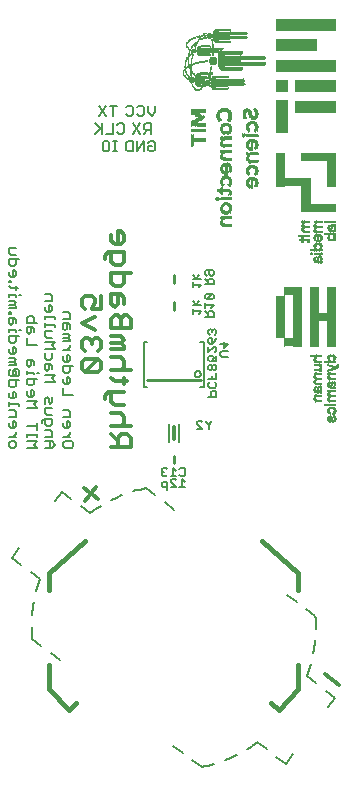
<source format=gbr>
G75*
%MOIN*%
%OFA0B0*%
%FSLAX25Y25*%
%IPPOS*%
%LPD*%
%AMOC8*
5,1,8,0,0,1.08239X$1,22.5*
%
%ADD10R,0.00100X0.01100*%
%ADD11R,0.00100X0.01200*%
%ADD12R,0.00100X0.01300*%
%ADD13R,0.00100X0.01400*%
%ADD14R,0.00100X0.01500*%
%ADD15R,0.00100X0.01000*%
%ADD16R,0.00100X0.00400*%
%ADD17R,0.00100X0.00200*%
%ADD18R,0.00100X0.00800*%
%ADD19R,0.00100X0.00900*%
%ADD20R,0.00100X0.19900*%
%ADD21R,0.00100X0.02800*%
%ADD22R,0.00100X0.11400*%
%ADD23R,0.00100X0.01700*%
%ADD24R,0.00100X0.01600*%
%ADD25R,0.00100X0.02900*%
%ADD26R,0.00100X0.04200*%
%ADD27R,0.00100X0.04100*%
%ADD28R,0.00100X0.02000*%
%ADD29R,0.00100X0.01800*%
%ADD30R,0.00100X0.02500*%
%ADD31R,0.00100X0.02400*%
%ADD32R,0.00100X0.02200*%
%ADD33R,0.00100X0.02600*%
%ADD34R,0.00100X0.02300*%
%ADD35R,0.00100X0.02700*%
%ADD36R,0.00100X0.00700*%
%ADD37R,0.00100X0.02100*%
%ADD38R,0.00100X0.01900*%
%ADD39R,0.00100X0.04000*%
%ADD40R,0.00100X0.00600*%
%ADD41R,0.00100X0.00100*%
%ADD42R,0.00100X0.19700*%
%ADD43R,0.00100X0.11300*%
%ADD44R,0.00100X0.11000*%
%ADD45R,0.00100X0.19800*%
%ADD46R,0.00100X0.14300*%
%ADD47R,0.00100X0.14200*%
%ADD48C,0.00600*%
%ADD49R,0.00200X0.00800*%
%ADD50R,0.00200X0.01000*%
%ADD51R,0.00200X0.01200*%
%ADD52R,0.00200X0.01400*%
%ADD53R,0.00200X0.01600*%
%ADD54R,0.00200X0.00600*%
%ADD55R,0.00200X0.02000*%
%ADD56R,0.00200X0.01800*%
%ADD57R,0.00200X0.02800*%
%ADD58R,0.00200X0.02400*%
%ADD59R,0.00200X0.02600*%
%ADD60R,0.00200X0.03400*%
%ADD61R,0.00200X0.03000*%
%ADD62R,0.00200X0.03600*%
%ADD63R,0.00200X0.03200*%
%ADD64R,0.00200X0.04000*%
%ADD65R,0.00200X0.00400*%
%ADD66R,0.00200X0.00200*%
%ADD67R,0.00200X0.03800*%
%ADD68R,0.00200X0.02200*%
%ADD69R,0.00200X0.04200*%
%ADD70R,0.00200X0.06400*%
%ADD71R,0.00200X0.06600*%
%ADD72R,0.00200X0.06200*%
%ADD73R,0.00200X0.06000*%
%ADD74R,0.00200X0.05600*%
%ADD75R,0.00200X0.04600*%
%ADD76R,0.00200X0.04400*%
%ADD77R,0.00200X0.05000*%
%ADD78R,0.00200X0.05200*%
%ADD79R,0.00200X0.04800*%
%ADD80C,0.01200*%
%ADD81C,0.01600*%
%ADD82C,0.00800*%
%ADD83C,0.00500*%
%ADD84C,0.01000*%
D10*
X0114058Y0135377D03*
X0113058Y0134777D03*
X0112958Y0134777D03*
X0112858Y0134777D03*
X0112758Y0128377D03*
X0112577Y0179264D03*
X0111358Y0125377D03*
X0111258Y0123877D03*
X0111258Y0126877D03*
X0111258Y0131177D03*
X0111258Y0136977D03*
X0111258Y0138577D03*
X0108677Y0178064D03*
X0108558Y0135277D03*
X0108177Y0171664D03*
X0107958Y0134177D03*
X0107958Y0135677D03*
X0107977Y0174264D03*
X0107558Y0128177D03*
X0107577Y0171564D03*
X0106758Y0131177D03*
X0106758Y0138577D03*
X0106777Y0181764D03*
X0106658Y0123877D03*
X0106658Y0132677D03*
X0106658Y0137077D03*
X0106677Y0174264D03*
X0106677Y0175864D03*
X0106677Y0180264D03*
X0106058Y0124277D03*
X0106058Y0129977D03*
X0106077Y0175364D03*
X0104477Y0177064D03*
X0102677Y0181764D03*
X0102677Y0183364D03*
D11*
X0113958Y0135327D03*
X0113258Y0120427D03*
X0113158Y0129427D03*
X0113158Y0138027D03*
X0113177Y0178114D03*
X0112777Y0180714D03*
X0112658Y0137027D03*
X0112658Y0138527D03*
X0112677Y0177714D03*
X0112258Y0117127D03*
X0112158Y0129727D03*
X0112177Y0182014D03*
X0111258Y0132627D03*
X0111277Y0179214D03*
X0110758Y0125827D03*
X0108558Y0127927D03*
X0108577Y0175314D03*
X0108158Y0126827D03*
X0108177Y0170214D03*
X0106658Y0125327D03*
X0106658Y0138527D03*
X0106677Y0183314D03*
X0106158Y0131627D03*
X0104377Y0177114D03*
X0103977Y0177214D03*
X0102077Y0180614D03*
X0102077Y0182214D03*
D12*
X0113858Y0135277D03*
X0113258Y0117677D03*
X0113177Y0181764D03*
X0112758Y0134777D03*
X0112658Y0134777D03*
X0112677Y0179164D03*
X0111658Y0128477D03*
X0111558Y0118277D03*
X0110758Y0124177D03*
X0110758Y0131577D03*
X0110758Y0138077D03*
X0110658Y0120477D03*
X0108577Y0171264D03*
X0106158Y0124277D03*
X0106158Y0129977D03*
X0106158Y0137377D03*
X0106177Y0175364D03*
X0106177Y0182264D03*
X0106077Y0178064D03*
X0104277Y0177164D03*
X0104177Y0177164D03*
X0104077Y0177164D03*
D13*
X0113758Y0135227D03*
X0113658Y0135227D03*
X0112558Y0134827D03*
X0112058Y0129527D03*
X0112077Y0181814D03*
X0111677Y0180814D03*
X0111258Y0125327D03*
X0110858Y0125827D03*
X0110777Y0178114D03*
X0110658Y0117727D03*
X0110658Y0129027D03*
X0110677Y0181314D03*
X0108458Y0127927D03*
X0108477Y0171314D03*
X0107458Y0128027D03*
X0106658Y0131127D03*
X0106677Y0181714D03*
X0106258Y0131627D03*
X0106277Y0182214D03*
X0106177Y0180614D03*
X0102177Y0180614D03*
X0102177Y0182214D03*
D14*
X0113558Y0135177D03*
X0113058Y0129477D03*
X0113058Y0138077D03*
X0112458Y0134777D03*
X0112358Y0134777D03*
X0110858Y0124177D03*
X0110858Y0131577D03*
X0108577Y0178064D03*
X0108458Y0135277D03*
X0108477Y0175364D03*
X0107477Y0171364D03*
X0107058Y0126977D03*
X0107077Y0170364D03*
X0106258Y0124277D03*
X0106258Y0129977D03*
X0106277Y0180564D03*
X0106058Y0127477D03*
X0106077Y0170864D03*
D15*
X0113458Y0134927D03*
X0113358Y0134827D03*
X0113258Y0129427D03*
X0113277Y0178114D03*
X0112758Y0118427D03*
X0112758Y0129827D03*
X0112777Y0182214D03*
X0112658Y0119727D03*
X0112677Y0180614D03*
X0112558Y0136927D03*
X0112558Y0138627D03*
X0112577Y0177614D03*
X0112458Y0136927D03*
X0112477Y0177514D03*
X0112477Y0179314D03*
X0112358Y0138727D03*
X0112377Y0179314D03*
X0112277Y0182214D03*
X0111577Y0180614D03*
X0111458Y0132727D03*
X0111477Y0179314D03*
X0111358Y0126927D03*
X0111358Y0131127D03*
X0111358Y0132727D03*
X0111358Y0136927D03*
X0111358Y0138627D03*
X0111377Y0179314D03*
X0111258Y0121227D03*
X0111277Y0177614D03*
X0111158Y0128327D03*
X0111158Y0129727D03*
X0110758Y0135727D03*
X0110658Y0124227D03*
X0110658Y0125827D03*
X0110658Y0131527D03*
X0110658Y0138027D03*
X0110677Y0178114D03*
X0108577Y0172914D03*
X0108158Y0128327D03*
X0108058Y0126727D03*
X0108077Y0170114D03*
X0108077Y0177314D03*
X0108077Y0178814D03*
X0107958Y0126727D03*
X0107977Y0175914D03*
X0107858Y0134127D03*
X0107877Y0174214D03*
X0107677Y0171714D03*
X0107677Y0176014D03*
X0106958Y0126727D03*
X0106977Y0170114D03*
X0106977Y0176014D03*
X0106858Y0138627D03*
X0106877Y0183414D03*
X0106758Y0123827D03*
X0106758Y0125427D03*
X0106758Y0132727D03*
X0106777Y0174214D03*
X0106777Y0175914D03*
X0106777Y0183414D03*
X0106658Y0129627D03*
X0106577Y0177414D03*
X0106577Y0178814D03*
X0106058Y0131627D03*
X0106058Y0137427D03*
X0106077Y0180614D03*
X0106077Y0182214D03*
X0105977Y0170814D03*
X0105077Y0172914D03*
X0104577Y0177014D03*
X0102777Y0183414D03*
X0102677Y0180214D03*
X0101977Y0180614D03*
D16*
X0113358Y0117727D03*
X0113358Y0120427D03*
X0101877Y0180614D03*
X0101877Y0182214D03*
D17*
X0113358Y0138027D03*
D18*
X0113258Y0122527D03*
X0113258Y0123727D03*
X0113258Y0125427D03*
X0113258Y0127027D03*
X0113258Y0128127D03*
X0113258Y0131027D03*
X0113258Y0132827D03*
X0113258Y0136827D03*
X0113277Y0179314D03*
X0113277Y0180514D03*
X0113277Y0183414D03*
X0113158Y0122527D03*
X0113158Y0123727D03*
X0113158Y0127027D03*
X0113158Y0136827D03*
X0113177Y0180514D03*
X0113058Y0122527D03*
X0113058Y0123727D03*
X0113058Y0127027D03*
X0113058Y0128227D03*
X0113058Y0136827D03*
X0112958Y0122527D03*
X0112958Y0123727D03*
X0112958Y0127027D03*
X0112858Y0122527D03*
X0112858Y0123727D03*
X0112858Y0127027D03*
X0112758Y0122527D03*
X0112758Y0123727D03*
X0112758Y0127027D03*
X0112658Y0116927D03*
X0112658Y0122527D03*
X0112658Y0123727D03*
X0112658Y0127027D03*
X0112658Y0129927D03*
X0112558Y0116927D03*
X0112558Y0122527D03*
X0112558Y0123727D03*
X0112558Y0127027D03*
X0112558Y0129927D03*
X0112577Y0182314D03*
X0112458Y0116927D03*
X0112458Y0118627D03*
X0112458Y0122527D03*
X0112458Y0123727D03*
X0112458Y0127027D03*
X0112458Y0128227D03*
X0112458Y0129927D03*
X0112477Y0182314D03*
X0112358Y0122527D03*
X0112358Y0123727D03*
X0112358Y0127027D03*
X0112358Y0128227D03*
X0112358Y0129927D03*
X0112258Y0122527D03*
X0112258Y0123727D03*
X0112258Y0127027D03*
X0112258Y0128227D03*
X0112158Y0122527D03*
X0112158Y0123727D03*
X0112158Y0127027D03*
X0112158Y0128227D03*
X0112158Y0134327D03*
X0112158Y0135227D03*
X0112158Y0136827D03*
X0112058Y0122527D03*
X0112058Y0123727D03*
X0112058Y0127027D03*
X0112058Y0128227D03*
X0112058Y0134327D03*
X0112058Y0135227D03*
X0112058Y0136827D03*
X0112077Y0177414D03*
X0111958Y0122527D03*
X0111958Y0123727D03*
X0111958Y0127027D03*
X0111958Y0135327D03*
X0111958Y0136827D03*
X0111977Y0177414D03*
X0111858Y0122527D03*
X0111858Y0123727D03*
X0111858Y0127027D03*
X0111858Y0134227D03*
X0111858Y0135327D03*
X0111858Y0136827D03*
X0111877Y0177414D03*
X0111758Y0122527D03*
X0111758Y0123727D03*
X0111758Y0127027D03*
X0111758Y0134227D03*
X0111758Y0136827D03*
X0111658Y0122527D03*
X0111658Y0123727D03*
X0111658Y0127027D03*
X0111658Y0134227D03*
X0111658Y0135427D03*
X0111558Y0122527D03*
X0111558Y0123727D03*
X0111558Y0127027D03*
X0111558Y0134127D03*
X0111558Y0135427D03*
X0111458Y0122527D03*
X0111458Y0128227D03*
X0111458Y0134127D03*
X0111358Y0116927D03*
X0111358Y0118527D03*
X0111358Y0122527D03*
X0111358Y0128227D03*
X0111358Y0129827D03*
X0111358Y0134127D03*
X0111377Y0182214D03*
X0111258Y0116927D03*
X0111258Y0118527D03*
X0111258Y0122527D03*
X0111258Y0134027D03*
X0111277Y0182114D03*
X0111158Y0117027D03*
X0111158Y0122527D03*
X0111158Y0134027D03*
X0111058Y0122527D03*
X0110958Y0122527D03*
X0110858Y0122527D03*
X0110858Y0127027D03*
X0110858Y0132827D03*
X0110858Y0133927D03*
X0110758Y0122527D03*
X0110758Y0127027D03*
X0110758Y0132827D03*
X0110758Y0136827D03*
X0110658Y0122527D03*
X0110658Y0127027D03*
X0110658Y0132827D03*
X0110558Y0117727D03*
X0110558Y0129027D03*
X0110158Y0122527D03*
X0110058Y0122527D03*
X0109958Y0122527D03*
X0109858Y0122527D03*
X0109758Y0122527D03*
X0109658Y0122527D03*
X0109558Y0122527D03*
X0109558Y0136827D03*
X0109577Y0179314D03*
X0109577Y0183414D03*
X0108658Y0123727D03*
X0108658Y0126627D03*
X0108658Y0129527D03*
X0108658Y0132827D03*
X0108658Y0134027D03*
X0108658Y0136927D03*
X0108658Y0138627D03*
X0108677Y0170014D03*
X0108677Y0172914D03*
X0108677Y0174114D03*
X0108677Y0180114D03*
X0108677Y0181814D03*
X0108677Y0183414D03*
X0108558Y0126627D03*
X0108558Y0129527D03*
X0108558Y0132827D03*
X0108558Y0134027D03*
X0108577Y0170014D03*
X0108458Y0123727D03*
X0108458Y0129527D03*
X0108458Y0132827D03*
X0108458Y0134027D03*
X0108458Y0136927D03*
X0108477Y0172914D03*
X0108477Y0174114D03*
X0108358Y0123727D03*
X0108358Y0129527D03*
X0108358Y0132827D03*
X0108358Y0136927D03*
X0108377Y0172914D03*
X0108258Y0123727D03*
X0108258Y0129527D03*
X0108258Y0132827D03*
X0108258Y0136927D03*
X0108277Y0172914D03*
X0108158Y0123727D03*
X0108158Y0129527D03*
X0108158Y0132827D03*
X0108158Y0136927D03*
X0108177Y0172914D03*
X0108058Y0123727D03*
X0108058Y0129527D03*
X0108058Y0132827D03*
X0108058Y0136927D03*
X0108077Y0172914D03*
X0107958Y0123727D03*
X0107958Y0128427D03*
X0107958Y0129527D03*
X0107958Y0132827D03*
X0107958Y0136927D03*
X0107977Y0172914D03*
X0107858Y0123727D03*
X0107858Y0128427D03*
X0107858Y0129527D03*
X0107858Y0132827D03*
X0107858Y0136927D03*
X0107877Y0171814D03*
X0107877Y0172914D03*
X0107758Y0123727D03*
X0107758Y0129527D03*
X0107758Y0132827D03*
X0107758Y0136927D03*
X0107777Y0172914D03*
X0107658Y0123727D03*
X0107658Y0129527D03*
X0107658Y0132827D03*
X0107658Y0136927D03*
X0107677Y0172914D03*
X0107677Y0179014D03*
X0107558Y0123727D03*
X0107558Y0129527D03*
X0107558Y0132827D03*
X0107558Y0136927D03*
X0107577Y0172914D03*
X0107577Y0174114D03*
X0107577Y0179014D03*
X0107458Y0123727D03*
X0107458Y0129527D03*
X0107458Y0132827D03*
X0107458Y0134027D03*
X0107458Y0136927D03*
X0107477Y0172914D03*
X0107477Y0174114D03*
X0107358Y0123727D03*
X0107358Y0129527D03*
X0107358Y0132827D03*
X0107358Y0136927D03*
X0107377Y0172914D03*
X0107377Y0174114D03*
X0107258Y0123727D03*
X0107258Y0129527D03*
X0107258Y0132827D03*
X0107258Y0136927D03*
X0107277Y0172914D03*
X0107277Y0174114D03*
X0107158Y0123727D03*
X0107158Y0129527D03*
X0107158Y0132827D03*
X0107158Y0136927D03*
X0107177Y0172914D03*
X0107177Y0174114D03*
X0107058Y0123727D03*
X0107058Y0129527D03*
X0107058Y0132827D03*
X0107058Y0136927D03*
X0107077Y0172914D03*
X0107077Y0174114D03*
X0107077Y0180114D03*
X0106958Y0129527D03*
X0106958Y0136927D03*
X0106977Y0172914D03*
X0106977Y0179014D03*
X0106858Y0129527D03*
X0106877Y0172914D03*
X0106877Y0177214D03*
X0106758Y0128327D03*
X0106777Y0172914D03*
X0106658Y0126727D03*
X0106677Y0170114D03*
X0106677Y0172914D03*
X0106577Y0172914D03*
X0106477Y0172914D03*
X0106377Y0172914D03*
X0106258Y0125527D03*
X0106258Y0132827D03*
X0106277Y0172914D03*
X0106158Y0125527D03*
X0106158Y0132827D03*
X0106177Y0172914D03*
X0106177Y0174114D03*
X0106058Y0132827D03*
X0106077Y0172914D03*
X0106077Y0174114D03*
X0105977Y0174114D03*
X0105977Y0175314D03*
X0105977Y0178114D03*
X0105877Y0174114D03*
X0105777Y0174114D03*
X0105677Y0174114D03*
X0105577Y0172914D03*
X0105577Y0174114D03*
X0105477Y0172914D03*
X0105477Y0174114D03*
X0105377Y0172914D03*
X0105377Y0174114D03*
X0105277Y0172914D03*
X0105277Y0174114D03*
X0105177Y0172914D03*
X0105177Y0174114D03*
X0104977Y0172914D03*
X0104977Y0174114D03*
X0104577Y0180114D03*
X0104577Y0183414D03*
X0103877Y0177414D03*
X0103777Y0177414D03*
X0103677Y0177414D03*
X0103577Y0177414D03*
X0103477Y0177414D03*
X0103377Y0177414D03*
X0103277Y0177414D03*
X0103177Y0177414D03*
X0103077Y0177414D03*
X0102977Y0177414D03*
X0102877Y0177414D03*
X0102777Y0177414D03*
X0102677Y0177414D03*
X0102577Y0177414D03*
X0101977Y0183414D03*
X0101877Y0177414D03*
X0101777Y0177414D03*
X0101677Y0177414D03*
X0101577Y0177414D03*
X0101577Y0178914D03*
X0101477Y0177414D03*
X0101377Y0177414D03*
X0101277Y0177414D03*
X0101177Y0177414D03*
X0101077Y0177414D03*
D19*
X0113258Y0134777D03*
X0113258Y0138077D03*
X0113277Y0181764D03*
X0113158Y0125377D03*
X0113158Y0128177D03*
X0113158Y0131077D03*
X0113158Y0132777D03*
X0113158Y0134777D03*
X0113177Y0179364D03*
X0113177Y0183464D03*
X0113058Y0125377D03*
X0113058Y0131077D03*
X0113058Y0132777D03*
X0113077Y0183464D03*
X0112958Y0125377D03*
X0112958Y0131077D03*
X0112958Y0132777D03*
X0112977Y0183464D03*
X0112858Y0125377D03*
X0112858Y0131077D03*
X0112858Y0132777D03*
X0112877Y0183464D03*
X0112758Y0116977D03*
X0112758Y0125377D03*
X0112758Y0131077D03*
X0112758Y0132777D03*
X0112777Y0183464D03*
X0112658Y0118477D03*
X0112658Y0121177D03*
X0112658Y0125377D03*
X0112658Y0128277D03*
X0112658Y0131077D03*
X0112658Y0132777D03*
X0112677Y0182264D03*
X0112677Y0183464D03*
X0112558Y0118577D03*
X0112558Y0119677D03*
X0112558Y0121277D03*
X0112558Y0125377D03*
X0112558Y0128277D03*
X0112558Y0131077D03*
X0112558Y0132777D03*
X0112577Y0180564D03*
X0112577Y0183464D03*
X0112458Y0119577D03*
X0112458Y0121277D03*
X0112458Y0125377D03*
X0112458Y0131077D03*
X0112458Y0132777D03*
X0112458Y0138677D03*
X0112477Y0180564D03*
X0112477Y0183464D03*
X0112358Y0116977D03*
X0112358Y0119577D03*
X0112358Y0121377D03*
X0112358Y0125377D03*
X0112358Y0131077D03*
X0112358Y0132777D03*
X0112358Y0136877D03*
X0112377Y0177464D03*
X0112377Y0180564D03*
X0112377Y0182264D03*
X0112377Y0183464D03*
X0112258Y0121377D03*
X0112258Y0125377D03*
X0112258Y0129877D03*
X0112258Y0131077D03*
X0112258Y0132777D03*
X0112258Y0136877D03*
X0112258Y0138777D03*
X0112277Y0177464D03*
X0112277Y0179364D03*
X0112277Y0180564D03*
X0112277Y0183464D03*
X0112158Y0121377D03*
X0112158Y0125377D03*
X0112158Y0131077D03*
X0112158Y0132777D03*
X0112158Y0138777D03*
X0112177Y0177464D03*
X0112177Y0179364D03*
X0112177Y0180564D03*
X0112177Y0183464D03*
X0112058Y0121377D03*
X0112058Y0125377D03*
X0112058Y0131077D03*
X0112058Y0132777D03*
X0112058Y0138777D03*
X0112077Y0179364D03*
X0112077Y0180564D03*
X0112077Y0183464D03*
X0111958Y0121377D03*
X0111958Y0125377D03*
X0111958Y0131077D03*
X0111958Y0132777D03*
X0111958Y0134277D03*
X0111958Y0138777D03*
X0111977Y0179364D03*
X0111977Y0183464D03*
X0111858Y0121377D03*
X0111858Y0125377D03*
X0111858Y0131077D03*
X0111858Y0132777D03*
X0111858Y0138777D03*
X0111877Y0179364D03*
X0111877Y0183464D03*
X0111758Y0121377D03*
X0111758Y0125377D03*
X0111758Y0131077D03*
X0111758Y0132777D03*
X0111758Y0135377D03*
X0111758Y0138777D03*
X0111777Y0177464D03*
X0111777Y0179364D03*
X0111777Y0183464D03*
X0111658Y0121377D03*
X0111658Y0125377D03*
X0111658Y0131077D03*
X0111658Y0132777D03*
X0111658Y0136877D03*
X0111658Y0138777D03*
X0111677Y0177464D03*
X0111677Y0179364D03*
X0111677Y0183464D03*
X0111558Y0121377D03*
X0111558Y0125377D03*
X0111558Y0128277D03*
X0111558Y0131077D03*
X0111558Y0132777D03*
X0111558Y0136877D03*
X0111558Y0138777D03*
X0111577Y0177464D03*
X0111577Y0179364D03*
X0111577Y0183464D03*
X0111458Y0118477D03*
X0111458Y0119577D03*
X0111458Y0121377D03*
X0111458Y0123777D03*
X0111458Y0125377D03*
X0111458Y0126977D03*
X0111458Y0131077D03*
X0111458Y0135477D03*
X0111458Y0136877D03*
X0111458Y0138677D03*
X0111477Y0177464D03*
X0111477Y0180564D03*
X0111477Y0183464D03*
X0111358Y0119677D03*
X0111358Y0121277D03*
X0111358Y0123777D03*
X0111358Y0135477D03*
X0111377Y0177564D03*
X0111377Y0180564D03*
X0111377Y0183464D03*
X0111258Y0119677D03*
X0111258Y0128277D03*
X0111258Y0129777D03*
X0111258Y0135577D03*
X0111277Y0180564D03*
X0111277Y0183464D03*
X0111158Y0118477D03*
X0111158Y0135577D03*
X0111177Y0180664D03*
X0111177Y0182064D03*
X0111177Y0183464D03*
X0111058Y0133977D03*
X0111058Y0135577D03*
X0111077Y0183464D03*
X0110958Y0133977D03*
X0110958Y0135677D03*
X0110977Y0183464D03*
X0110858Y0135677D03*
X0110877Y0183464D03*
X0110758Y0133877D03*
X0110777Y0179364D03*
X0110777Y0183464D03*
X0110658Y0133877D03*
X0110658Y0135777D03*
X0110658Y0136877D03*
X0110677Y0179364D03*
X0110677Y0183464D03*
X0110558Y0136877D03*
X0110577Y0179364D03*
X0110577Y0181364D03*
X0110577Y0183464D03*
X0110458Y0136877D03*
X0110477Y0179364D03*
X0110477Y0183464D03*
X0110358Y0136877D03*
X0110377Y0179364D03*
X0110377Y0183464D03*
X0110258Y0136877D03*
X0110277Y0179364D03*
X0110277Y0183464D03*
X0110158Y0136877D03*
X0110177Y0179364D03*
X0110177Y0183464D03*
X0110058Y0136877D03*
X0110077Y0179364D03*
X0110077Y0183464D03*
X0109958Y0136877D03*
X0109977Y0179364D03*
X0109977Y0183464D03*
X0109858Y0136877D03*
X0109877Y0179364D03*
X0109877Y0183464D03*
X0109758Y0136877D03*
X0109777Y0179364D03*
X0109777Y0183464D03*
X0109658Y0136877D03*
X0109677Y0179364D03*
X0109677Y0183464D03*
X0108658Y0127877D03*
X0108658Y0135277D03*
X0108677Y0171264D03*
X0108677Y0175364D03*
X0108558Y0123777D03*
X0108558Y0125477D03*
X0108558Y0131177D03*
X0108558Y0136877D03*
X0108558Y0138677D03*
X0108577Y0174064D03*
X0108577Y0180164D03*
X0108577Y0181764D03*
X0108577Y0183464D03*
X0108458Y0125477D03*
X0108458Y0126677D03*
X0108458Y0131177D03*
X0108458Y0138677D03*
X0108477Y0170064D03*
X0108477Y0180164D03*
X0108477Y0181764D03*
X0108477Y0183464D03*
X0108358Y0125477D03*
X0108358Y0131177D03*
X0108358Y0138677D03*
X0108377Y0180164D03*
X0108377Y0181764D03*
X0108377Y0183464D03*
X0108258Y0125477D03*
X0108258Y0131177D03*
X0108258Y0138677D03*
X0108277Y0180164D03*
X0108277Y0181764D03*
X0108277Y0183464D03*
X0108158Y0125477D03*
X0108158Y0131177D03*
X0108158Y0138677D03*
X0108177Y0180164D03*
X0108177Y0181764D03*
X0108177Y0183464D03*
X0108058Y0125477D03*
X0108058Y0128377D03*
X0108058Y0131177D03*
X0108058Y0138677D03*
X0108077Y0171764D03*
X0108077Y0180164D03*
X0108077Y0181764D03*
X0108077Y0183464D03*
X0107958Y0125477D03*
X0107958Y0131177D03*
X0107958Y0138677D03*
X0107977Y0170064D03*
X0107977Y0171764D03*
X0107977Y0177164D03*
X0107977Y0178864D03*
X0107977Y0180164D03*
X0107977Y0181764D03*
X0107977Y0183464D03*
X0107858Y0125477D03*
X0107858Y0126677D03*
X0107858Y0131177D03*
X0107858Y0135777D03*
X0107858Y0138677D03*
X0107877Y0170064D03*
X0107877Y0175964D03*
X0107877Y0178964D03*
X0107877Y0180164D03*
X0107877Y0181764D03*
X0107877Y0183464D03*
X0107758Y0125477D03*
X0107758Y0126677D03*
X0107758Y0128377D03*
X0107758Y0131177D03*
X0107758Y0134077D03*
X0107758Y0135777D03*
X0107758Y0138677D03*
X0107777Y0170064D03*
X0107777Y0171764D03*
X0107777Y0174164D03*
X0107777Y0175964D03*
X0107777Y0178964D03*
X0107777Y0180164D03*
X0107777Y0181764D03*
X0107777Y0183464D03*
X0107658Y0125477D03*
X0107658Y0126677D03*
X0107658Y0128377D03*
X0107658Y0131177D03*
X0107658Y0134077D03*
X0107658Y0135777D03*
X0107658Y0138677D03*
X0107677Y0170064D03*
X0107677Y0174164D03*
X0107677Y0180164D03*
X0107677Y0181764D03*
X0107677Y0183464D03*
X0107558Y0125477D03*
X0107558Y0126677D03*
X0107558Y0131177D03*
X0107558Y0134077D03*
X0107558Y0135777D03*
X0107558Y0138677D03*
X0107577Y0170064D03*
X0107577Y0176064D03*
X0107577Y0180164D03*
X0107577Y0181764D03*
X0107577Y0183464D03*
X0107458Y0125477D03*
X0107458Y0126677D03*
X0107458Y0131177D03*
X0107458Y0135777D03*
X0107458Y0138677D03*
X0107477Y0170064D03*
X0107477Y0176064D03*
X0107477Y0180164D03*
X0107477Y0181764D03*
X0107477Y0183464D03*
X0107358Y0125477D03*
X0107358Y0131177D03*
X0107358Y0134077D03*
X0107358Y0135777D03*
X0107358Y0138677D03*
X0107377Y0176064D03*
X0107377Y0180164D03*
X0107377Y0181764D03*
X0107377Y0183464D03*
X0107258Y0125477D03*
X0107258Y0131177D03*
X0107258Y0134077D03*
X0107258Y0135777D03*
X0107258Y0138677D03*
X0107277Y0176064D03*
X0107277Y0180164D03*
X0107277Y0181764D03*
X0107277Y0183464D03*
X0107158Y0125477D03*
X0107158Y0131177D03*
X0107158Y0134077D03*
X0107158Y0135777D03*
X0107158Y0138677D03*
X0107177Y0176064D03*
X0107177Y0180164D03*
X0107177Y0181764D03*
X0107177Y0183464D03*
X0107058Y0125477D03*
X0107058Y0131177D03*
X0107058Y0134077D03*
X0107058Y0135777D03*
X0107058Y0138677D03*
X0107077Y0176064D03*
X0107077Y0181764D03*
X0107077Y0183464D03*
X0106958Y0123777D03*
X0106958Y0125477D03*
X0106958Y0131177D03*
X0106958Y0132777D03*
X0106958Y0134077D03*
X0106958Y0135777D03*
X0106958Y0138677D03*
X0106977Y0174164D03*
X0106977Y0177164D03*
X0106977Y0180164D03*
X0106977Y0181764D03*
X0106977Y0183464D03*
X0106858Y0123777D03*
X0106858Y0125477D03*
X0106858Y0126677D03*
X0106858Y0131177D03*
X0106858Y0132777D03*
X0106858Y0134077D03*
X0106858Y0135777D03*
X0106858Y0136977D03*
X0106877Y0170064D03*
X0106877Y0174164D03*
X0106877Y0175964D03*
X0106877Y0178964D03*
X0106877Y0180164D03*
X0106877Y0181764D03*
X0106758Y0126677D03*
X0106758Y0129577D03*
X0106758Y0134077D03*
X0106758Y0135777D03*
X0106758Y0136977D03*
X0106777Y0170064D03*
X0106777Y0171664D03*
X0106777Y0177264D03*
X0106777Y0178964D03*
X0106777Y0180164D03*
X0106658Y0128277D03*
X0106658Y0134077D03*
X0106658Y0135777D03*
X0106677Y0171664D03*
X0106677Y0177264D03*
X0106677Y0178864D03*
X0106558Y0126777D03*
X0106558Y0128177D03*
X0106558Y0134077D03*
X0106558Y0135777D03*
X0106577Y0170164D03*
X0106577Y0171564D03*
X0106458Y0134077D03*
X0106458Y0135777D03*
X0106358Y0134077D03*
X0106358Y0135777D03*
X0106258Y0134077D03*
X0106258Y0135777D03*
X0106277Y0183464D03*
X0106158Y0134077D03*
X0106158Y0135777D03*
X0106158Y0138677D03*
X0106177Y0183464D03*
X0106058Y0125477D03*
X0106058Y0134077D03*
X0106058Y0135777D03*
X0106058Y0138677D03*
X0106077Y0183464D03*
X0105958Y0127477D03*
X0105958Y0138677D03*
X0105858Y0138677D03*
X0105758Y0138677D03*
X0105658Y0138677D03*
X0105558Y0138677D03*
X0105458Y0138677D03*
X0105358Y0138677D03*
X0105258Y0138677D03*
X0105158Y0138677D03*
X0105058Y0138677D03*
X0105077Y0174064D03*
X0104958Y0138677D03*
X0104577Y0178864D03*
X0104577Y0181764D03*
X0104477Y0178864D03*
X0104477Y0180164D03*
X0104477Y0181764D03*
X0104477Y0183464D03*
X0104377Y0178864D03*
X0104377Y0180164D03*
X0104377Y0181764D03*
X0104377Y0183464D03*
X0104277Y0178864D03*
X0104277Y0180164D03*
X0104277Y0181764D03*
X0104277Y0183464D03*
X0104177Y0178864D03*
X0104177Y0180164D03*
X0104177Y0181764D03*
X0104177Y0183464D03*
X0104077Y0178864D03*
X0104077Y0180164D03*
X0104077Y0181764D03*
X0104077Y0183464D03*
X0103977Y0178864D03*
X0103977Y0180164D03*
X0103977Y0181764D03*
X0103977Y0183464D03*
X0103877Y0178864D03*
X0103877Y0180164D03*
X0103877Y0181764D03*
X0103877Y0183464D03*
X0103777Y0178864D03*
X0103777Y0180164D03*
X0103777Y0181764D03*
X0103777Y0183464D03*
X0103677Y0178864D03*
X0103677Y0180164D03*
X0103677Y0181764D03*
X0103677Y0183464D03*
X0103577Y0178864D03*
X0103577Y0180164D03*
X0103577Y0181764D03*
X0103577Y0183464D03*
X0103477Y0178864D03*
X0103477Y0180164D03*
X0103477Y0181764D03*
X0103477Y0183464D03*
X0103377Y0178864D03*
X0103377Y0180164D03*
X0103377Y0181764D03*
X0103377Y0183464D03*
X0103277Y0178864D03*
X0103277Y0180164D03*
X0103277Y0181764D03*
X0103277Y0183464D03*
X0103177Y0178864D03*
X0103177Y0180164D03*
X0103177Y0181764D03*
X0103177Y0183464D03*
X0103077Y0178864D03*
X0103077Y0180164D03*
X0103077Y0181764D03*
X0103077Y0183464D03*
X0102977Y0178864D03*
X0102977Y0180164D03*
X0102977Y0181764D03*
X0102977Y0183464D03*
X0102877Y0178864D03*
X0102877Y0180164D03*
X0102877Y0181764D03*
X0102877Y0183464D03*
X0102777Y0178864D03*
X0102777Y0180164D03*
X0102777Y0181764D03*
X0102677Y0178864D03*
X0102577Y0178864D03*
X0102477Y0178864D03*
X0102377Y0178864D03*
X0102277Y0178864D03*
X0102177Y0178864D03*
X0102177Y0183464D03*
X0102077Y0178864D03*
X0102077Y0183464D03*
X0101977Y0178864D03*
X0101977Y0182264D03*
X0101477Y0178864D03*
X0101377Y0178864D03*
X0101277Y0178864D03*
X0101177Y0178864D03*
X0101077Y0178864D03*
X0100977Y0178864D03*
D20*
X0113258Y0151877D03*
X0113158Y0151877D03*
X0113058Y0151877D03*
X0112958Y0151877D03*
X0112858Y0151877D03*
X0112758Y0151877D03*
X0112658Y0151877D03*
X0112558Y0151877D03*
X0112458Y0151877D03*
X0112358Y0151877D03*
X0112258Y0151877D03*
X0112158Y0151877D03*
X0112058Y0151877D03*
X0111958Y0151877D03*
X0111858Y0151877D03*
X0111758Y0151877D03*
X0111658Y0151877D03*
X0111558Y0151877D03*
X0111458Y0151877D03*
X0111358Y0151877D03*
X0111258Y0151877D03*
X0111158Y0151877D03*
X0111058Y0151877D03*
X0110958Y0151877D03*
X0110858Y0151877D03*
X0110758Y0151877D03*
X0110658Y0151877D03*
X0110558Y0151877D03*
X0110458Y0151877D03*
X0107558Y0151877D03*
X0107458Y0151877D03*
X0107358Y0151877D03*
X0107258Y0151877D03*
X0107158Y0151877D03*
X0107058Y0151877D03*
X0106958Y0151877D03*
X0106858Y0151877D03*
X0106758Y0151877D03*
X0106658Y0151877D03*
X0106558Y0151877D03*
X0106458Y0151877D03*
X0106358Y0151877D03*
X0106258Y0151877D03*
X0106158Y0151877D03*
X0106058Y0151877D03*
X0105958Y0151877D03*
X0105858Y0151877D03*
X0105758Y0151877D03*
X0105658Y0151877D03*
X0105558Y0151877D03*
X0105458Y0151877D03*
X0105358Y0151877D03*
X0105258Y0151877D03*
X0105158Y0151877D03*
X0105058Y0151877D03*
X0104958Y0151877D03*
X0104858Y0151877D03*
X0101858Y0151877D03*
X0101758Y0151877D03*
X0101658Y0151877D03*
X0101558Y0151877D03*
X0101458Y0151877D03*
X0101358Y0151877D03*
X0101258Y0151877D03*
X0101158Y0151877D03*
X0101058Y0151877D03*
X0100958Y0151877D03*
X0100858Y0151877D03*
X0100758Y0151877D03*
X0100658Y0151877D03*
X0100558Y0151877D03*
X0100458Y0151877D03*
X0100358Y0151877D03*
X0100258Y0151877D03*
X0100158Y0151877D03*
X0100058Y0151877D03*
X0099958Y0151877D03*
X0099858Y0151877D03*
X0099758Y0151877D03*
X0099658Y0151877D03*
X0099558Y0151877D03*
X0099458Y0151877D03*
X0099358Y0151877D03*
X0099258Y0151877D03*
X0099158Y0151877D03*
D21*
X0113277Y0188114D03*
X0107477Y0178114D03*
X0107377Y0178114D03*
X0107277Y0178114D03*
X0107177Y0178114D03*
X0104877Y0188114D03*
X0098958Y0143327D03*
X0098858Y0143327D03*
X0098758Y0143327D03*
X0098658Y0143327D03*
X0098558Y0143327D03*
X0098458Y0143327D03*
X0098358Y0143327D03*
X0098258Y0143327D03*
X0098158Y0143327D03*
X0098058Y0143327D03*
X0097958Y0143327D03*
X0097858Y0143327D03*
X0097758Y0143327D03*
X0097658Y0143327D03*
X0097558Y0143327D03*
X0097458Y0143327D03*
X0097358Y0143327D03*
X0097258Y0143327D03*
X0097158Y0143327D03*
X0097058Y0143327D03*
X0096958Y0143327D03*
X0096858Y0143327D03*
X0096758Y0143327D03*
X0096658Y0143327D03*
X0096558Y0143327D03*
X0096458Y0143327D03*
X0096358Y0143327D03*
X0096377Y0196614D03*
X0098958Y0160414D03*
X0098858Y0160414D03*
X0098758Y0160414D03*
X0098658Y0160414D03*
X0098558Y0160414D03*
X0098458Y0160414D03*
X0098358Y0160414D03*
X0098258Y0160414D03*
X0098158Y0160414D03*
X0098058Y0160414D03*
X0097958Y0160414D03*
X0097858Y0160414D03*
X0097758Y0160414D03*
X0097658Y0160414D03*
X0097558Y0160414D03*
X0097458Y0160414D03*
X0097358Y0160414D03*
X0097258Y0160414D03*
X0097158Y0160414D03*
X0097058Y0160414D03*
X0096958Y0160414D03*
X0096858Y0160414D03*
X0096758Y0160414D03*
X0096658Y0160414D03*
X0096558Y0160414D03*
X0096458Y0160414D03*
X0096358Y0160414D03*
D22*
X0113277Y0200914D03*
X0113177Y0200914D03*
X0113077Y0200914D03*
X0112977Y0200914D03*
X0112877Y0200914D03*
X0112777Y0200914D03*
X0112677Y0200914D03*
X0112577Y0200914D03*
X0112477Y0200914D03*
X0112377Y0200914D03*
X0112277Y0200914D03*
X0112177Y0200914D03*
X0112077Y0200914D03*
X0111977Y0200914D03*
X0111877Y0200914D03*
X0111777Y0200914D03*
X0111677Y0200914D03*
X0111577Y0200914D03*
X0111477Y0200914D03*
X0111377Y0200914D03*
X0111277Y0200914D03*
X0111177Y0200914D03*
X0111077Y0200914D03*
X0110977Y0200914D03*
X0110877Y0200914D03*
X0110777Y0200914D03*
X0110677Y0200914D03*
X0110577Y0200914D03*
X0110477Y0200914D03*
X0104677Y0192414D03*
X0104577Y0192414D03*
X0104477Y0192414D03*
X0104377Y0192414D03*
X0104277Y0192414D03*
X0104177Y0192414D03*
X0104077Y0192414D03*
X0103977Y0192414D03*
X0103877Y0192414D03*
X0103777Y0192414D03*
X0103677Y0192414D03*
X0103577Y0192414D03*
X0103477Y0192414D03*
X0103377Y0192414D03*
X0103277Y0192414D03*
X0103177Y0192414D03*
X0103077Y0192414D03*
X0102977Y0192414D03*
X0102877Y0192414D03*
X0102777Y0192414D03*
X0102677Y0192414D03*
X0102577Y0192414D03*
X0102477Y0192414D03*
X0102377Y0192414D03*
X0102277Y0192414D03*
X0102177Y0192414D03*
X0102077Y0192414D03*
X0101977Y0192414D03*
X0096177Y0200914D03*
X0096077Y0200914D03*
X0095977Y0200914D03*
X0095877Y0200914D03*
X0095777Y0200914D03*
X0095677Y0200914D03*
X0095577Y0200914D03*
X0095477Y0200914D03*
X0095377Y0200914D03*
X0095277Y0200914D03*
X0095177Y0200914D03*
X0095077Y0200914D03*
X0094977Y0200914D03*
X0094877Y0200914D03*
X0094777Y0200914D03*
X0094677Y0200914D03*
X0094577Y0200914D03*
X0094477Y0200914D03*
X0094377Y0200914D03*
X0094277Y0200914D03*
X0094177Y0200914D03*
X0094077Y0200914D03*
X0093977Y0200914D03*
X0093877Y0200914D03*
X0093777Y0200914D03*
X0093677Y0200914D03*
X0093577Y0200914D03*
X0093477Y0200914D03*
D23*
X0113158Y0117677D03*
X0112258Y0134777D03*
X0112158Y0117377D03*
X0110758Y0117777D03*
X0110758Y0128977D03*
X0110777Y0181364D03*
X0106158Y0127477D03*
X0106177Y0178064D03*
X0102477Y0177364D03*
X0102377Y0177364D03*
X0102277Y0177364D03*
X0102177Y0177364D03*
X0102077Y0177364D03*
X0101977Y0177364D03*
D24*
X0113158Y0120427D03*
X0110758Y0120427D03*
X0102277Y0180614D03*
D25*
X0113177Y0188164D03*
X0113077Y0188164D03*
X0112977Y0188164D03*
X0112877Y0188164D03*
X0112777Y0188164D03*
X0112677Y0188164D03*
X0112577Y0188164D03*
X0112477Y0188164D03*
X0112377Y0188164D03*
X0112277Y0188164D03*
X0112177Y0188164D03*
X0112077Y0188164D03*
X0111977Y0188164D03*
X0111877Y0188164D03*
X0111777Y0188164D03*
X0111677Y0188164D03*
X0111577Y0188164D03*
X0111477Y0188164D03*
X0111377Y0188164D03*
X0111277Y0188164D03*
X0111177Y0188164D03*
X0111077Y0188164D03*
X0110977Y0188164D03*
X0110877Y0188164D03*
X0110777Y0188164D03*
X0110677Y0188164D03*
X0110577Y0188164D03*
X0110477Y0188164D03*
X0110358Y0151877D03*
X0110377Y0188164D03*
X0110377Y0205164D03*
X0110258Y0151877D03*
X0110277Y0188164D03*
X0110277Y0205164D03*
X0110158Y0151877D03*
X0110177Y0188164D03*
X0110177Y0205164D03*
X0110058Y0151877D03*
X0110077Y0188164D03*
X0110077Y0205164D03*
X0109958Y0151877D03*
X0109977Y0188164D03*
X0109977Y0205164D03*
X0109858Y0151877D03*
X0109877Y0188164D03*
X0109877Y0205164D03*
X0109758Y0151877D03*
X0109777Y0188164D03*
X0109777Y0205164D03*
X0109658Y0151877D03*
X0109677Y0188164D03*
X0109677Y0205164D03*
X0109558Y0151877D03*
X0109577Y0188164D03*
X0109577Y0205164D03*
X0109458Y0151877D03*
X0109477Y0188164D03*
X0109477Y0205164D03*
X0109358Y0151877D03*
X0109377Y0188164D03*
X0109377Y0205164D03*
X0109258Y0151877D03*
X0109277Y0188164D03*
X0109277Y0205164D03*
X0109158Y0151877D03*
X0109177Y0188164D03*
X0109177Y0205164D03*
X0109058Y0151877D03*
X0109077Y0188164D03*
X0109077Y0205164D03*
X0108958Y0151877D03*
X0108977Y0188164D03*
X0108977Y0205164D03*
X0108858Y0151877D03*
X0108877Y0188164D03*
X0108877Y0205164D03*
X0108758Y0151877D03*
X0108777Y0188164D03*
X0108777Y0205164D03*
X0108658Y0151877D03*
X0108677Y0188164D03*
X0108677Y0205164D03*
X0108558Y0151877D03*
X0108577Y0188164D03*
X0108577Y0205164D03*
X0108458Y0151877D03*
X0108477Y0188164D03*
X0108477Y0205164D03*
X0108358Y0151877D03*
X0108377Y0188164D03*
X0108377Y0205164D03*
X0108258Y0151877D03*
X0108277Y0188164D03*
X0108277Y0205164D03*
X0108158Y0151877D03*
X0108177Y0188164D03*
X0108177Y0205164D03*
X0108058Y0151877D03*
X0108077Y0188164D03*
X0108077Y0205164D03*
X0107958Y0151877D03*
X0107977Y0188164D03*
X0107977Y0205164D03*
X0107858Y0151877D03*
X0107877Y0188164D03*
X0107877Y0205164D03*
X0107758Y0151877D03*
X0107777Y0188164D03*
X0107777Y0205164D03*
X0107658Y0151877D03*
X0107677Y0188164D03*
X0107677Y0205164D03*
X0107577Y0188164D03*
X0107577Y0205164D03*
X0107477Y0188164D03*
X0107477Y0205164D03*
X0107377Y0188164D03*
X0107377Y0205164D03*
X0107277Y0188164D03*
X0107277Y0205164D03*
X0107177Y0188164D03*
X0107177Y0205164D03*
X0107077Y0188164D03*
X0107077Y0205164D03*
X0106977Y0188164D03*
X0106977Y0205164D03*
X0106877Y0188164D03*
X0106877Y0205164D03*
X0106777Y0188164D03*
X0106777Y0205164D03*
X0106677Y0188164D03*
X0106677Y0205164D03*
X0106577Y0188164D03*
X0106577Y0205164D03*
X0106477Y0188164D03*
X0106477Y0205164D03*
X0106377Y0188164D03*
X0106377Y0205164D03*
X0106277Y0188164D03*
X0106277Y0205164D03*
X0106177Y0188164D03*
X0106177Y0205164D03*
X0106077Y0188164D03*
X0106077Y0205164D03*
X0105977Y0188164D03*
X0105977Y0205164D03*
X0105877Y0188164D03*
X0105877Y0205164D03*
X0105777Y0188164D03*
X0105777Y0205164D03*
X0105677Y0188164D03*
X0105677Y0205164D03*
X0105577Y0188164D03*
X0105577Y0205164D03*
X0105477Y0188164D03*
X0105477Y0205164D03*
X0105377Y0188164D03*
X0105377Y0205164D03*
X0105277Y0188164D03*
X0105277Y0205164D03*
X0105177Y0188164D03*
X0105177Y0205164D03*
X0105077Y0188164D03*
X0105077Y0205164D03*
X0104977Y0188164D03*
X0104977Y0205164D03*
X0104877Y0205164D03*
X0104777Y0205164D03*
X0104677Y0205164D03*
X0104577Y0205164D03*
X0104477Y0205164D03*
X0104377Y0205164D03*
X0104277Y0205164D03*
X0104177Y0205164D03*
X0104077Y0205164D03*
X0103977Y0205164D03*
X0103877Y0205164D03*
X0103777Y0205164D03*
X0103677Y0205164D03*
X0103577Y0205164D03*
X0103477Y0205164D03*
X0103377Y0205164D03*
X0103277Y0205164D03*
X0103177Y0205164D03*
X0103077Y0205164D03*
X0102977Y0205164D03*
X0102877Y0205164D03*
X0102777Y0205164D03*
X0102677Y0205164D03*
X0102577Y0205164D03*
X0102477Y0205164D03*
X0102377Y0205164D03*
X0102277Y0205164D03*
X0102177Y0205164D03*
X0102077Y0205164D03*
X0101977Y0205164D03*
X0101877Y0196664D03*
X0101777Y0196664D03*
X0101677Y0196664D03*
X0101577Y0196664D03*
X0101477Y0196664D03*
X0101377Y0196664D03*
X0101277Y0196664D03*
X0101177Y0196664D03*
X0101077Y0196664D03*
X0100977Y0196664D03*
X0100877Y0196664D03*
X0100777Y0196664D03*
X0100677Y0196664D03*
X0100577Y0196664D03*
X0100477Y0196664D03*
X0100377Y0196664D03*
X0100277Y0196664D03*
X0100177Y0196664D03*
X0100077Y0196664D03*
X0099977Y0196664D03*
X0099877Y0196664D03*
X0099777Y0196664D03*
X0099677Y0196664D03*
X0099577Y0196664D03*
X0099477Y0196664D03*
X0099377Y0196664D03*
X0099277Y0196664D03*
X0099177Y0196664D03*
X0099058Y0143377D03*
X0099077Y0196664D03*
X0098977Y0196664D03*
X0098877Y0196664D03*
X0098777Y0196664D03*
X0098677Y0196664D03*
X0098577Y0196664D03*
X0098477Y0196664D03*
X0098377Y0196664D03*
X0098277Y0196664D03*
X0098177Y0196664D03*
X0098077Y0196664D03*
X0097977Y0196664D03*
X0097877Y0196664D03*
X0097777Y0196664D03*
X0097677Y0196664D03*
X0097577Y0196664D03*
X0097477Y0196664D03*
X0097377Y0196664D03*
X0097277Y0196664D03*
X0097177Y0196664D03*
X0097077Y0196664D03*
X0096977Y0196664D03*
X0096877Y0196664D03*
X0096777Y0196664D03*
X0096677Y0196664D03*
X0096577Y0196664D03*
X0096477Y0196664D03*
X0099058Y0160385D03*
D26*
X0113177Y0221814D03*
X0113177Y0235514D03*
X0113077Y0221814D03*
X0113077Y0235514D03*
X0113077Y0249114D03*
X0112977Y0221814D03*
X0112977Y0235514D03*
X0112977Y0249114D03*
X0112877Y0221814D03*
X0112877Y0235514D03*
X0112877Y0249114D03*
X0112777Y0221814D03*
X0112777Y0235514D03*
X0112777Y0249114D03*
X0112677Y0221814D03*
X0112677Y0235514D03*
X0112677Y0249114D03*
X0112577Y0221814D03*
X0112577Y0235514D03*
X0112577Y0249114D03*
X0112477Y0221814D03*
X0112477Y0235514D03*
X0112477Y0249114D03*
X0112377Y0221814D03*
X0112377Y0235514D03*
X0112377Y0249114D03*
X0112277Y0221814D03*
X0112277Y0235514D03*
X0112277Y0249114D03*
X0112177Y0221814D03*
X0112177Y0235514D03*
X0112177Y0249114D03*
X0112077Y0221814D03*
X0112077Y0235514D03*
X0112077Y0249114D03*
X0111977Y0221814D03*
X0111977Y0235514D03*
X0111977Y0249114D03*
X0111877Y0221814D03*
X0111877Y0235514D03*
X0111877Y0249114D03*
X0111777Y0221814D03*
X0111777Y0235514D03*
X0111777Y0249114D03*
X0111677Y0221814D03*
X0111677Y0235514D03*
X0111677Y0249114D03*
X0111577Y0221814D03*
X0111577Y0235514D03*
X0111577Y0249114D03*
X0111477Y0221814D03*
X0111477Y0235514D03*
X0111477Y0249114D03*
X0111377Y0221814D03*
X0111377Y0235514D03*
X0111377Y0249114D03*
X0111277Y0221814D03*
X0111277Y0235514D03*
X0111277Y0249114D03*
X0111177Y0221814D03*
X0111177Y0235514D03*
X0111177Y0249114D03*
X0111077Y0221814D03*
X0111077Y0235514D03*
X0111077Y0249114D03*
X0110977Y0221814D03*
X0110977Y0235514D03*
X0110977Y0249114D03*
X0110877Y0221814D03*
X0110877Y0235514D03*
X0110877Y0249114D03*
X0110777Y0221814D03*
X0110777Y0235514D03*
X0110777Y0249114D03*
X0110677Y0221814D03*
X0110677Y0235514D03*
X0110677Y0249114D03*
X0110577Y0221814D03*
X0110577Y0235514D03*
X0110577Y0249114D03*
X0110477Y0221814D03*
X0110477Y0235514D03*
X0110477Y0249114D03*
X0110377Y0221814D03*
X0110377Y0235514D03*
X0110377Y0249114D03*
X0110277Y0221814D03*
X0110277Y0235514D03*
X0110277Y0249114D03*
X0110177Y0221814D03*
X0110177Y0235514D03*
X0110177Y0249114D03*
X0110077Y0221814D03*
X0110077Y0235514D03*
X0110077Y0249114D03*
X0109977Y0221814D03*
X0109977Y0235514D03*
X0109977Y0249114D03*
X0109877Y0221814D03*
X0109877Y0235514D03*
X0109877Y0249114D03*
X0109777Y0221814D03*
X0109777Y0235514D03*
X0109777Y0249114D03*
X0109677Y0221814D03*
X0109677Y0235514D03*
X0109677Y0249114D03*
X0109577Y0221814D03*
X0109577Y0235514D03*
X0109577Y0249114D03*
X0109477Y0221814D03*
X0109477Y0235514D03*
X0109477Y0249114D03*
X0109377Y0221814D03*
X0109377Y0235514D03*
X0109377Y0249114D03*
X0109277Y0221814D03*
X0109277Y0235514D03*
X0109277Y0249114D03*
X0109177Y0221814D03*
X0109177Y0235514D03*
X0109177Y0249114D03*
X0109077Y0221814D03*
X0109077Y0235514D03*
X0109077Y0249114D03*
X0108977Y0221814D03*
X0108977Y0235514D03*
X0108977Y0249114D03*
X0108877Y0221814D03*
X0108877Y0235514D03*
X0108877Y0249114D03*
X0108777Y0221814D03*
X0108777Y0235514D03*
X0108777Y0249114D03*
X0108677Y0221814D03*
X0108677Y0235514D03*
X0108677Y0249114D03*
X0108577Y0221814D03*
X0108577Y0235514D03*
X0108577Y0249114D03*
X0108477Y0221814D03*
X0108477Y0235514D03*
X0108477Y0249114D03*
X0108377Y0221814D03*
X0108377Y0235514D03*
X0108377Y0249114D03*
X0108277Y0221814D03*
X0108277Y0235514D03*
X0108277Y0249114D03*
X0108177Y0221814D03*
X0108177Y0235514D03*
X0108177Y0249114D03*
X0108077Y0221814D03*
X0108077Y0235514D03*
X0108077Y0249114D03*
X0107977Y0221814D03*
X0107977Y0235514D03*
X0107977Y0249114D03*
X0107877Y0221814D03*
X0107877Y0235514D03*
X0107877Y0249114D03*
X0107777Y0221814D03*
X0107777Y0235514D03*
X0107777Y0249114D03*
X0107677Y0221814D03*
X0107677Y0235514D03*
X0107677Y0249114D03*
X0107577Y0221814D03*
X0107577Y0235514D03*
X0107577Y0249114D03*
X0107477Y0221814D03*
X0107477Y0235514D03*
X0107477Y0249114D03*
X0107377Y0221814D03*
X0107377Y0235514D03*
X0107377Y0249114D03*
X0107277Y0221814D03*
X0107277Y0235514D03*
X0107277Y0249114D03*
X0107177Y0221814D03*
X0107177Y0235514D03*
X0107177Y0249114D03*
X0107077Y0221814D03*
X0107077Y0235514D03*
X0107077Y0249114D03*
X0106977Y0221814D03*
X0106977Y0235514D03*
X0106977Y0249114D03*
X0106877Y0221814D03*
X0106877Y0235514D03*
X0106877Y0249114D03*
X0106777Y0221814D03*
X0106777Y0235514D03*
X0106777Y0242314D03*
X0106777Y0249114D03*
X0106677Y0221814D03*
X0106677Y0235514D03*
X0106677Y0242314D03*
X0106677Y0249114D03*
X0106577Y0181814D03*
X0106577Y0221814D03*
X0106577Y0235514D03*
X0106577Y0242314D03*
X0106577Y0249114D03*
X0106477Y0181814D03*
X0106477Y0221814D03*
X0106477Y0235514D03*
X0106477Y0242314D03*
X0106477Y0249114D03*
X0106377Y0221814D03*
X0106377Y0235514D03*
X0106377Y0242314D03*
X0106377Y0249114D03*
X0106277Y0221814D03*
X0106277Y0235514D03*
X0106277Y0242314D03*
X0106277Y0249114D03*
X0106177Y0221814D03*
X0106177Y0235514D03*
X0106177Y0242314D03*
X0106177Y0249114D03*
X0106077Y0221814D03*
X0106077Y0235514D03*
X0106077Y0242314D03*
X0106077Y0249114D03*
X0105977Y0221814D03*
X0105977Y0235514D03*
X0105977Y0242314D03*
X0105977Y0249114D03*
X0105877Y0221814D03*
X0105877Y0235514D03*
X0105877Y0242314D03*
X0105877Y0249114D03*
X0105777Y0221814D03*
X0105777Y0235514D03*
X0105777Y0242314D03*
X0105777Y0249114D03*
X0105677Y0221814D03*
X0105677Y0235514D03*
X0105677Y0242314D03*
X0105677Y0249114D03*
X0105577Y0221814D03*
X0105577Y0235514D03*
X0105577Y0242314D03*
X0105577Y0249114D03*
X0105477Y0221814D03*
X0105477Y0235514D03*
X0105477Y0242314D03*
X0105477Y0249114D03*
X0105377Y0221814D03*
X0105377Y0235514D03*
X0105377Y0242314D03*
X0105377Y0249114D03*
X0105277Y0221814D03*
X0105277Y0235514D03*
X0105277Y0242314D03*
X0105277Y0249114D03*
X0105177Y0221814D03*
X0105177Y0235514D03*
X0105177Y0242314D03*
X0105177Y0249114D03*
X0105077Y0221814D03*
X0105077Y0235514D03*
X0105077Y0242314D03*
X0105077Y0249114D03*
X0104977Y0221814D03*
X0104977Y0235514D03*
X0104977Y0242314D03*
X0104977Y0249114D03*
X0104877Y0221814D03*
X0104877Y0235514D03*
X0104877Y0242314D03*
X0104877Y0249114D03*
X0104777Y0221814D03*
X0104777Y0235514D03*
X0104777Y0242314D03*
X0104777Y0249114D03*
X0104677Y0221814D03*
X0104677Y0235514D03*
X0104677Y0242314D03*
X0104677Y0249114D03*
X0104577Y0221814D03*
X0104577Y0235514D03*
X0104577Y0242314D03*
X0104577Y0249114D03*
X0104477Y0221814D03*
X0104477Y0235514D03*
X0104477Y0242314D03*
X0104477Y0249114D03*
X0104377Y0221814D03*
X0104377Y0235514D03*
X0104377Y0242314D03*
X0104377Y0249114D03*
X0104277Y0221814D03*
X0104277Y0235514D03*
X0104277Y0242314D03*
X0104277Y0249114D03*
X0104177Y0221814D03*
X0104177Y0235514D03*
X0104177Y0242314D03*
X0104177Y0249114D03*
X0104077Y0221814D03*
X0104077Y0235514D03*
X0104077Y0242314D03*
X0104077Y0249114D03*
X0103977Y0221814D03*
X0103977Y0235514D03*
X0103977Y0242314D03*
X0103977Y0249114D03*
X0103877Y0221814D03*
X0103877Y0235514D03*
X0103877Y0242314D03*
X0103877Y0249114D03*
X0103777Y0221814D03*
X0103777Y0235514D03*
X0103777Y0242314D03*
X0103777Y0249114D03*
X0103677Y0221814D03*
X0103677Y0235514D03*
X0103677Y0242314D03*
X0103677Y0249114D03*
X0103577Y0221814D03*
X0103577Y0235514D03*
X0103577Y0242314D03*
X0103577Y0249114D03*
X0103477Y0221814D03*
X0103477Y0235514D03*
X0103477Y0242314D03*
X0103477Y0249114D03*
X0103377Y0221814D03*
X0103377Y0235514D03*
X0103377Y0242314D03*
X0103377Y0249114D03*
X0103277Y0221814D03*
X0103277Y0235514D03*
X0103277Y0242314D03*
X0103277Y0249114D03*
X0103177Y0221814D03*
X0103177Y0235514D03*
X0103177Y0242314D03*
X0103177Y0249114D03*
X0103077Y0221814D03*
X0103077Y0235514D03*
X0103077Y0242314D03*
X0103077Y0249114D03*
X0102977Y0221814D03*
X0102977Y0235514D03*
X0102977Y0242314D03*
X0102977Y0249114D03*
X0102877Y0221814D03*
X0102877Y0235514D03*
X0102877Y0242314D03*
X0102877Y0249114D03*
X0102777Y0221814D03*
X0102777Y0235514D03*
X0102777Y0242314D03*
X0102777Y0249114D03*
X0102677Y0221814D03*
X0102677Y0235514D03*
X0102677Y0242314D03*
X0102677Y0249114D03*
X0102577Y0181814D03*
X0102577Y0221814D03*
X0102577Y0235514D03*
X0102577Y0242314D03*
X0102577Y0249114D03*
X0102477Y0181814D03*
X0102477Y0221814D03*
X0102477Y0235514D03*
X0102477Y0242314D03*
X0102477Y0249114D03*
X0102377Y0221814D03*
X0102377Y0235514D03*
X0102377Y0242314D03*
X0102377Y0249114D03*
X0102277Y0221814D03*
X0102277Y0235514D03*
X0102277Y0242314D03*
X0102277Y0249114D03*
X0102177Y0221814D03*
X0102177Y0235514D03*
X0102177Y0242314D03*
X0102177Y0249114D03*
X0102077Y0221814D03*
X0102077Y0235514D03*
X0102077Y0242314D03*
X0102077Y0249114D03*
X0101977Y0221814D03*
X0101977Y0235514D03*
X0101977Y0242314D03*
X0101977Y0249114D03*
X0101877Y0221814D03*
X0101877Y0235514D03*
X0101877Y0242314D03*
X0101877Y0249114D03*
X0101777Y0221814D03*
X0101777Y0235514D03*
X0101777Y0242314D03*
X0101777Y0249114D03*
X0101677Y0221814D03*
X0101677Y0235514D03*
X0101677Y0242314D03*
X0101677Y0249114D03*
X0101577Y0221814D03*
X0101577Y0235514D03*
X0101577Y0242314D03*
X0101577Y0249114D03*
X0101477Y0221814D03*
X0101477Y0235514D03*
X0101477Y0242314D03*
X0101477Y0249114D03*
X0101377Y0221814D03*
X0101377Y0235514D03*
X0101377Y0242314D03*
X0101377Y0249114D03*
X0101277Y0221814D03*
X0101277Y0235514D03*
X0101277Y0242314D03*
X0101277Y0249114D03*
X0101177Y0221814D03*
X0101177Y0235514D03*
X0101177Y0242314D03*
X0101177Y0249114D03*
X0101077Y0221814D03*
X0101077Y0235514D03*
X0101077Y0242314D03*
X0101077Y0249114D03*
X0100977Y0221814D03*
X0100977Y0235514D03*
X0100977Y0242314D03*
X0100977Y0249114D03*
X0100877Y0221814D03*
X0100877Y0235514D03*
X0100877Y0242314D03*
X0100877Y0249114D03*
X0100777Y0221814D03*
X0100777Y0235514D03*
X0100777Y0242314D03*
X0100777Y0249114D03*
X0100677Y0221814D03*
X0100677Y0235514D03*
X0100677Y0242314D03*
X0100677Y0249114D03*
X0100577Y0221814D03*
X0100577Y0235514D03*
X0100577Y0242314D03*
X0100577Y0249114D03*
X0100477Y0221814D03*
X0100477Y0235514D03*
X0100477Y0242314D03*
X0100477Y0249114D03*
X0100377Y0221814D03*
X0100377Y0235514D03*
X0100377Y0242314D03*
X0100377Y0249114D03*
X0100277Y0221814D03*
X0100277Y0235514D03*
X0100277Y0242314D03*
X0100277Y0249114D03*
X0100177Y0221814D03*
X0100177Y0235514D03*
X0100177Y0242314D03*
X0100177Y0249114D03*
X0100077Y0221814D03*
X0100077Y0235514D03*
X0100077Y0242314D03*
X0100077Y0249114D03*
X0099977Y0221814D03*
X0099977Y0235514D03*
X0099977Y0242314D03*
X0099977Y0249114D03*
X0099877Y0221814D03*
X0099877Y0235514D03*
X0099877Y0242314D03*
X0099877Y0249114D03*
X0099777Y0235514D03*
X0099777Y0242314D03*
X0099777Y0249114D03*
X0099677Y0235514D03*
X0099677Y0242314D03*
X0099677Y0249114D03*
X0099577Y0235514D03*
X0099577Y0242314D03*
X0099577Y0249114D03*
X0099477Y0235514D03*
X0099477Y0242314D03*
X0099477Y0249114D03*
X0099377Y0235514D03*
X0099377Y0242314D03*
X0099377Y0249114D03*
X0099277Y0235514D03*
X0099277Y0242314D03*
X0099277Y0249114D03*
X0099177Y0235514D03*
X0099177Y0242314D03*
X0099177Y0249114D03*
X0099077Y0235514D03*
X0099077Y0242314D03*
X0099077Y0249114D03*
X0098977Y0235514D03*
X0098977Y0242314D03*
X0098977Y0249114D03*
X0098877Y0235514D03*
X0098877Y0242314D03*
X0098877Y0249114D03*
X0098777Y0235514D03*
X0098777Y0242314D03*
X0098777Y0249114D03*
X0098677Y0235514D03*
X0098677Y0242314D03*
X0098677Y0249114D03*
X0098577Y0235514D03*
X0098577Y0242314D03*
X0098577Y0249114D03*
X0098477Y0235514D03*
X0098477Y0242314D03*
X0098477Y0249114D03*
X0098377Y0235514D03*
X0098377Y0242314D03*
X0098377Y0249114D03*
X0098277Y0235514D03*
X0098277Y0242314D03*
X0098277Y0249114D03*
X0098177Y0235514D03*
X0098177Y0242314D03*
X0098177Y0249114D03*
X0098077Y0235514D03*
X0098077Y0242314D03*
X0098077Y0249114D03*
X0097977Y0235514D03*
X0097977Y0242314D03*
X0097977Y0249114D03*
X0097877Y0235514D03*
X0097877Y0242314D03*
X0097877Y0249114D03*
X0097777Y0235514D03*
X0097777Y0242314D03*
X0097777Y0249114D03*
X0097677Y0235514D03*
X0097677Y0242314D03*
X0097677Y0249114D03*
X0097577Y0235514D03*
X0097577Y0242314D03*
X0097577Y0249114D03*
X0097477Y0235514D03*
X0097477Y0242314D03*
X0097477Y0249114D03*
X0097377Y0235514D03*
X0097377Y0242314D03*
X0097377Y0249114D03*
X0097277Y0228714D03*
X0097277Y0235514D03*
X0097277Y0242314D03*
X0097277Y0249114D03*
X0097177Y0235514D03*
X0097177Y0242314D03*
X0097177Y0249114D03*
X0097077Y0235514D03*
X0097077Y0242314D03*
X0097077Y0249114D03*
X0096977Y0235514D03*
X0096977Y0242314D03*
X0096977Y0249114D03*
X0096877Y0235514D03*
X0096877Y0242314D03*
X0096877Y0249114D03*
X0096777Y0235514D03*
X0096777Y0242314D03*
X0096777Y0249114D03*
X0096677Y0235514D03*
X0096677Y0242314D03*
X0096677Y0249114D03*
X0096577Y0235514D03*
X0096577Y0242314D03*
X0096577Y0249114D03*
X0096477Y0235514D03*
X0096477Y0242314D03*
X0096477Y0249114D03*
X0096377Y0235514D03*
X0096377Y0242314D03*
X0096377Y0249114D03*
X0096277Y0235514D03*
X0096277Y0242314D03*
X0096277Y0249114D03*
X0096177Y0235514D03*
X0096177Y0242314D03*
X0096177Y0249114D03*
X0096077Y0235514D03*
X0096077Y0242314D03*
X0096077Y0249114D03*
X0095977Y0235514D03*
X0095977Y0242314D03*
X0095977Y0249114D03*
X0095877Y0235514D03*
X0095877Y0242314D03*
X0095877Y0249114D03*
X0095777Y0235514D03*
X0095777Y0242314D03*
X0095777Y0249114D03*
X0095677Y0235514D03*
X0095677Y0242314D03*
X0095677Y0249114D03*
X0095577Y0235514D03*
X0095577Y0242314D03*
X0095577Y0249114D03*
X0095477Y0235514D03*
X0095477Y0242314D03*
X0095477Y0249114D03*
X0095377Y0235514D03*
X0095377Y0242314D03*
X0095377Y0249114D03*
X0095277Y0235514D03*
X0095277Y0242314D03*
X0095277Y0249114D03*
X0095177Y0235514D03*
X0095177Y0242314D03*
X0095177Y0249114D03*
X0095077Y0235514D03*
X0095077Y0242314D03*
X0095077Y0249114D03*
X0094977Y0235514D03*
X0094977Y0242314D03*
X0094977Y0249114D03*
X0094877Y0235514D03*
X0094877Y0242314D03*
X0094877Y0249114D03*
X0094777Y0235514D03*
X0094777Y0242314D03*
X0094777Y0249114D03*
X0094677Y0235514D03*
X0094677Y0242314D03*
X0094677Y0249114D03*
X0094577Y0235514D03*
X0094577Y0242314D03*
X0094577Y0249114D03*
X0094477Y0235514D03*
X0094477Y0242314D03*
X0094477Y0249114D03*
X0094377Y0235514D03*
X0094377Y0242314D03*
X0094377Y0249114D03*
X0094277Y0235514D03*
X0094277Y0242314D03*
X0094277Y0249114D03*
X0094177Y0235514D03*
X0094177Y0242314D03*
X0094177Y0249114D03*
X0094077Y0235514D03*
X0094077Y0242314D03*
X0094077Y0249114D03*
X0093977Y0235514D03*
X0093977Y0242314D03*
X0093977Y0249114D03*
X0093877Y0235514D03*
X0093877Y0242314D03*
X0093877Y0249114D03*
X0093777Y0235514D03*
X0093777Y0242314D03*
X0093777Y0249114D03*
X0093677Y0235514D03*
X0093677Y0242314D03*
X0093677Y0249114D03*
X0093577Y0235514D03*
X0093577Y0242314D03*
X0093577Y0249114D03*
X0093477Y0242314D03*
D27*
X0113177Y0228764D03*
X0113177Y0249164D03*
X0113077Y0228764D03*
X0112977Y0228764D03*
X0112877Y0228764D03*
X0112777Y0228764D03*
X0112677Y0228764D03*
X0112577Y0228764D03*
X0112477Y0228764D03*
X0112377Y0228764D03*
X0112277Y0228764D03*
X0112177Y0228764D03*
X0112077Y0228764D03*
X0111977Y0228764D03*
X0111877Y0228764D03*
X0111777Y0228764D03*
X0111677Y0228764D03*
X0111577Y0228764D03*
X0111477Y0228764D03*
X0111377Y0228764D03*
X0111277Y0228764D03*
X0111158Y0125377D03*
X0111177Y0228764D03*
X0111058Y0125377D03*
X0111077Y0228764D03*
X0110977Y0228764D03*
X0110877Y0228764D03*
X0110777Y0228764D03*
X0110677Y0228764D03*
X0110577Y0228764D03*
X0110477Y0228764D03*
X0110377Y0228764D03*
X0110277Y0228764D03*
X0110177Y0228764D03*
X0110077Y0228764D03*
X0109977Y0228764D03*
X0109877Y0228764D03*
X0109777Y0228764D03*
X0109677Y0228764D03*
X0109577Y0228764D03*
X0109477Y0228764D03*
X0109377Y0228764D03*
X0109277Y0228764D03*
X0109177Y0228764D03*
X0109077Y0228764D03*
X0108977Y0228764D03*
X0108877Y0228764D03*
X0108777Y0228764D03*
X0108677Y0228764D03*
X0108577Y0228764D03*
X0108477Y0228764D03*
X0108377Y0228764D03*
X0108277Y0228764D03*
X0108177Y0228764D03*
X0108077Y0228764D03*
X0107977Y0228764D03*
X0107877Y0228764D03*
X0107777Y0228764D03*
X0107677Y0228764D03*
X0107577Y0228764D03*
X0107477Y0228764D03*
X0107377Y0228764D03*
X0107277Y0228764D03*
X0107177Y0228764D03*
X0107077Y0228764D03*
X0106977Y0228764D03*
X0106877Y0228764D03*
X0106877Y0242364D03*
X0106777Y0228764D03*
X0106677Y0228764D03*
X0106558Y0131177D03*
X0106577Y0228764D03*
X0106458Y0131177D03*
X0106477Y0228764D03*
X0106377Y0181864D03*
X0106377Y0228764D03*
X0106277Y0228764D03*
X0106177Y0228764D03*
X0106077Y0228764D03*
X0105977Y0228764D03*
X0105877Y0228764D03*
X0105777Y0228764D03*
X0105677Y0228764D03*
X0105577Y0228764D03*
X0105477Y0228764D03*
X0105377Y0228764D03*
X0105277Y0228764D03*
X0105177Y0228764D03*
X0105077Y0228764D03*
X0104977Y0228764D03*
X0104877Y0228764D03*
X0104777Y0228764D03*
X0104677Y0228764D03*
X0104577Y0228764D03*
X0104477Y0228764D03*
X0104377Y0228764D03*
X0104277Y0228764D03*
X0104177Y0228764D03*
X0104077Y0228764D03*
X0103977Y0228764D03*
X0103877Y0228764D03*
X0103777Y0228764D03*
X0103677Y0228764D03*
X0103577Y0228764D03*
X0103477Y0228764D03*
X0103377Y0228764D03*
X0103277Y0228764D03*
X0103177Y0228764D03*
X0103077Y0228764D03*
X0102977Y0228764D03*
X0102877Y0228764D03*
X0102777Y0228764D03*
X0102677Y0228764D03*
X0102577Y0228764D03*
X0102477Y0228764D03*
X0102377Y0181864D03*
X0102377Y0228764D03*
X0102277Y0228764D03*
X0102177Y0228764D03*
X0102077Y0228764D03*
X0101977Y0228764D03*
X0101877Y0228764D03*
X0101777Y0228764D03*
X0101677Y0228764D03*
X0101577Y0228764D03*
X0101477Y0228764D03*
X0101377Y0228764D03*
X0101277Y0228764D03*
X0101177Y0228764D03*
X0101077Y0228764D03*
X0100977Y0228764D03*
X0100877Y0228764D03*
X0100777Y0228764D03*
X0100677Y0228764D03*
X0100577Y0228764D03*
X0100477Y0228764D03*
X0100377Y0228764D03*
X0100277Y0228764D03*
X0100177Y0228764D03*
X0100077Y0228764D03*
X0099977Y0228764D03*
X0099877Y0228764D03*
X0097177Y0228764D03*
X0097077Y0228764D03*
X0096977Y0228764D03*
X0096877Y0228764D03*
X0096777Y0228764D03*
X0096677Y0228764D03*
X0096577Y0228764D03*
X0096477Y0228764D03*
X0096377Y0228764D03*
X0096277Y0228764D03*
X0096177Y0228764D03*
X0096077Y0228764D03*
X0095977Y0228764D03*
X0095877Y0228764D03*
X0095777Y0228764D03*
X0095677Y0228764D03*
X0095577Y0228764D03*
X0095477Y0228764D03*
X0095377Y0228764D03*
X0095277Y0228764D03*
X0095177Y0228764D03*
X0095077Y0228764D03*
X0094977Y0228764D03*
X0094877Y0228764D03*
X0094777Y0228764D03*
X0094677Y0228764D03*
X0094577Y0228764D03*
X0094477Y0228764D03*
X0094377Y0228764D03*
X0094277Y0228764D03*
X0094177Y0228764D03*
X0094077Y0228764D03*
X0093977Y0228764D03*
X0093877Y0228764D03*
X0093777Y0228764D03*
X0093677Y0228764D03*
X0093577Y0228764D03*
X0093477Y0228764D03*
X0093477Y0235564D03*
X0093477Y0249164D03*
D28*
X0113058Y0117727D03*
X0112958Y0120427D03*
X0112058Y0117527D03*
X0111758Y0117827D03*
X0110858Y0117727D03*
X0110858Y0129027D03*
X0110877Y0181314D03*
X0107158Y0127227D03*
X0107177Y0170614D03*
X0106277Y0170814D03*
D29*
X0113058Y0120427D03*
X0111658Y0118027D03*
X0108477Y0178014D03*
X0106177Y0170814D03*
D30*
X0113077Y0178564D03*
X0112958Y0137677D03*
X0112977Y0181364D03*
X0112858Y0129077D03*
X0112877Y0181364D03*
X0111058Y0131977D03*
X0110958Y0131977D03*
X0110958Y0137677D03*
X0110877Y0178564D03*
X0108358Y0127477D03*
X0108377Y0170864D03*
X0108377Y0174964D03*
X0108258Y0127477D03*
X0108258Y0134877D03*
X0108277Y0170864D03*
X0108277Y0174964D03*
X0108158Y0134877D03*
X0106458Y0124677D03*
X0106358Y0124677D03*
X0106358Y0137877D03*
X0106377Y0174964D03*
X0106258Y0137877D03*
D31*
X0113077Y0181314D03*
X0112958Y0129027D03*
X0112758Y0120427D03*
X0111977Y0181314D03*
X0110858Y0137627D03*
X0108358Y0134827D03*
X0108177Y0178014D03*
X0107358Y0127427D03*
X0107377Y0170814D03*
X0106277Y0174914D03*
X0102277Y0182714D03*
D32*
X0112958Y0117727D03*
X0112858Y0120427D03*
X0111877Y0181214D03*
X0111058Y0117727D03*
X0111058Y0120427D03*
X0111058Y0129027D03*
X0110958Y0129027D03*
X0108277Y0178014D03*
X0107258Y0127327D03*
X0107277Y0170714D03*
X0106477Y0178114D03*
D33*
X0112977Y0178514D03*
X0112858Y0137727D03*
X0112877Y0178514D03*
X0112758Y0137727D03*
X0111158Y0131927D03*
X0111158Y0137727D03*
X0111058Y0137727D03*
X0111077Y0178514D03*
X0110977Y0178514D03*
X0108177Y0175014D03*
X0108058Y0134927D03*
X0108077Y0175014D03*
X0106558Y0124627D03*
X0106558Y0137827D03*
X0106577Y0175014D03*
X0106458Y0137827D03*
X0106477Y0175014D03*
D34*
X0112858Y0117677D03*
X0111958Y0128977D03*
X0111158Y0120477D03*
X0111077Y0181364D03*
X0106458Y0127477D03*
X0106477Y0170864D03*
D35*
X0112777Y0178464D03*
X0111177Y0178464D03*
X0107077Y0178064D03*
D36*
X0112258Y0119577D03*
X0110558Y0120477D03*
X0108658Y0125477D03*
X0108658Y0131177D03*
X0105958Y0124277D03*
X0105958Y0129977D03*
X0105977Y0180564D03*
D37*
X0111958Y0117677D03*
X0111858Y0117777D03*
X0111858Y0128877D03*
X0110958Y0117777D03*
X0110958Y0120477D03*
X0110977Y0181364D03*
X0108377Y0178064D03*
X0106358Y0127477D03*
X0106377Y0170864D03*
X0106377Y0178064D03*
X0106258Y0127477D03*
D38*
X0111758Y0128777D03*
X0111777Y0181064D03*
X0110858Y0120477D03*
X0106277Y0178064D03*
D39*
X0110958Y0125427D03*
X0106358Y0131227D03*
X0099777Y0221814D03*
D40*
X0110558Y0124227D03*
X0110558Y0125827D03*
X0110558Y0131527D03*
X0110558Y0138027D03*
X0110577Y0178114D03*
X0105958Y0131627D03*
X0105958Y0137427D03*
X0105977Y0182214D03*
D41*
X0108777Y0175264D03*
D42*
X0104758Y0151877D03*
D43*
X0104777Y0192364D03*
X0096277Y0200864D03*
D44*
X0097277Y0218414D03*
X0097177Y0218414D03*
X0097077Y0218414D03*
X0096977Y0218414D03*
X0096877Y0218414D03*
X0096777Y0218414D03*
X0096677Y0218414D03*
X0096577Y0218414D03*
X0096477Y0218414D03*
X0096377Y0218414D03*
X0096277Y0218414D03*
X0096177Y0218414D03*
X0096077Y0218414D03*
X0095977Y0218414D03*
X0095877Y0218414D03*
X0095777Y0218414D03*
X0095677Y0218414D03*
X0095577Y0218414D03*
X0095477Y0218414D03*
X0095377Y0218414D03*
X0095277Y0218414D03*
X0095177Y0218414D03*
X0095077Y0218414D03*
X0094977Y0218414D03*
X0094877Y0218414D03*
X0094777Y0218414D03*
X0094677Y0218414D03*
X0094577Y0218414D03*
X0094477Y0218414D03*
X0094377Y0218414D03*
X0094277Y0218414D03*
X0094177Y0218414D03*
X0094077Y0218414D03*
X0093977Y0218414D03*
X0093877Y0218414D03*
X0093777Y0218414D03*
X0093677Y0218414D03*
X0093577Y0218414D03*
X0093477Y0218414D03*
D45*
X0096258Y0151827D03*
D46*
X0096158Y0151877D03*
X0096058Y0151877D03*
X0095958Y0151877D03*
X0095858Y0151877D03*
X0095758Y0151877D03*
X0095658Y0151877D03*
X0095558Y0151877D03*
X0095458Y0151877D03*
X0095358Y0151877D03*
X0095258Y0151877D03*
X0095158Y0151877D03*
X0095058Y0151877D03*
X0094958Y0151877D03*
X0094858Y0151877D03*
X0094758Y0151877D03*
X0094658Y0151877D03*
X0094558Y0151877D03*
X0094458Y0151877D03*
X0094358Y0151877D03*
X0094258Y0151877D03*
X0094158Y0151877D03*
X0094058Y0151877D03*
X0093958Y0151877D03*
X0093858Y0151877D03*
X0093758Y0151877D03*
X0093658Y0151877D03*
X0093558Y0151877D03*
D47*
X0093458Y0151827D03*
D48*
X0025640Y0109777D02*
X0025640Y0108643D01*
X0025073Y0108076D01*
X0022804Y0108076D01*
X0022237Y0108643D01*
X0022237Y0109777D01*
X0022804Y0110344D01*
X0025073Y0110344D01*
X0025640Y0109777D01*
X0024506Y0111759D02*
X0022237Y0111759D01*
X0023371Y0111759D02*
X0024506Y0112893D01*
X0024506Y0113460D01*
X0022237Y0116529D02*
X0022237Y0115395D01*
X0022804Y0114828D01*
X0023938Y0114828D01*
X0024506Y0115395D01*
X0024506Y0116529D01*
X0023938Y0117097D01*
X0023371Y0117097D01*
X0023371Y0114828D01*
X0022237Y0118511D02*
X0024506Y0118511D01*
X0024506Y0120213D01*
X0023938Y0120780D01*
X0022237Y0120780D01*
X0025640Y0125877D02*
X0022237Y0125877D01*
X0022237Y0128146D01*
X0022237Y0131262D02*
X0022237Y0130128D01*
X0022804Y0129561D01*
X0023938Y0129561D01*
X0024506Y0130128D01*
X0024506Y0131262D01*
X0023938Y0131829D01*
X0023371Y0131829D01*
X0023371Y0129561D01*
X0025640Y0135512D02*
X0022237Y0135512D01*
X0022237Y0133811D01*
X0022804Y0133244D01*
X0023938Y0133244D01*
X0024506Y0133811D01*
X0024506Y0135512D01*
X0022237Y0138628D02*
X0022237Y0137494D01*
X0022804Y0136927D01*
X0023938Y0136927D01*
X0024506Y0137494D01*
X0024506Y0138628D01*
X0023938Y0139195D01*
X0023371Y0139195D01*
X0023371Y0136927D01*
X0022237Y0140610D02*
X0024506Y0140610D01*
X0023371Y0140610D02*
X0024506Y0141744D01*
X0024506Y0142311D01*
X0022237Y0143679D02*
X0024506Y0143679D01*
X0024506Y0144246D01*
X0023938Y0144814D01*
X0022237Y0144814D01*
X0023938Y0144814D02*
X0024506Y0145381D01*
X0023938Y0145948D01*
X0022237Y0145948D01*
X0024506Y0147930D02*
X0024506Y0149064D01*
X0023938Y0149631D01*
X0022237Y0149631D01*
X0022237Y0147930D01*
X0022804Y0147362D01*
X0023371Y0147930D01*
X0023371Y0149631D01*
X0022237Y0151046D02*
X0024506Y0151046D01*
X0024506Y0152747D01*
X0023938Y0153314D01*
X0022237Y0153314D01*
X0016237Y0108076D02*
X0018506Y0108076D01*
X0019640Y0109210D01*
X0018506Y0110344D01*
X0016237Y0110344D01*
X0017938Y0110344D02*
X0017938Y0108076D01*
X0016237Y0111759D02*
X0018506Y0111759D01*
X0018506Y0113460D01*
X0017938Y0114027D01*
X0016237Y0114027D01*
X0015103Y0116576D02*
X0015103Y0117143D01*
X0015670Y0117710D01*
X0018506Y0117710D01*
X0018506Y0116009D01*
X0017938Y0115442D01*
X0016804Y0115442D01*
X0016237Y0116009D01*
X0016237Y0117710D01*
X0018506Y0119125D02*
X0016804Y0119125D01*
X0016237Y0119692D01*
X0016237Y0121394D01*
X0018506Y0121394D01*
X0016237Y0122808D02*
X0016237Y0124510D01*
X0016804Y0125077D01*
X0017371Y0124510D01*
X0017371Y0123375D01*
X0017938Y0122808D01*
X0018506Y0123375D01*
X0018506Y0125077D01*
X0016237Y0130174D02*
X0019640Y0130174D01*
X0018506Y0131309D01*
X0019640Y0132443D01*
X0016237Y0132443D01*
X0018506Y0134425D02*
X0018506Y0135559D01*
X0017938Y0136126D01*
X0016237Y0136126D01*
X0016237Y0134425D01*
X0016804Y0133858D01*
X0017371Y0134425D01*
X0017371Y0136126D01*
X0018506Y0139809D02*
X0018506Y0138108D01*
X0017938Y0137541D01*
X0016804Y0137541D01*
X0016237Y0138108D01*
X0016237Y0139809D01*
X0016237Y0141224D02*
X0019640Y0141224D01*
X0018506Y0142358D01*
X0019640Y0143492D01*
X0016237Y0143492D01*
X0018506Y0144907D02*
X0016804Y0144907D01*
X0016237Y0145474D01*
X0016237Y0147176D01*
X0018506Y0147176D01*
X0019640Y0148590D02*
X0019640Y0149157D01*
X0016237Y0149157D01*
X0016237Y0148590D02*
X0016237Y0149724D01*
X0019640Y0151046D02*
X0019640Y0151613D01*
X0016237Y0151613D01*
X0016237Y0151046D02*
X0016237Y0152180D01*
X0016237Y0155202D02*
X0016237Y0154068D01*
X0016804Y0153501D01*
X0017938Y0153501D01*
X0018506Y0154068D01*
X0018506Y0155202D01*
X0017938Y0155770D01*
X0017371Y0155770D01*
X0017371Y0153501D01*
X0016237Y0157184D02*
X0018506Y0157184D01*
X0018506Y0158886D01*
X0017938Y0159453D01*
X0016237Y0159453D01*
X0010237Y0108076D02*
X0013640Y0108076D01*
X0012506Y0109210D01*
X0013640Y0110344D01*
X0010237Y0110344D01*
X0010237Y0111759D02*
X0010237Y0112893D01*
X0010237Y0112326D02*
X0013640Y0112326D01*
X0013640Y0111759D02*
X0013640Y0112893D01*
X0013640Y0115348D02*
X0010237Y0115348D01*
X0013640Y0114214D02*
X0013640Y0116483D01*
X0010237Y0121580D02*
X0013640Y0121580D01*
X0012506Y0122715D01*
X0013640Y0123849D01*
X0010237Y0123849D01*
X0010237Y0126965D02*
X0010237Y0125831D01*
X0010804Y0125264D01*
X0011938Y0125264D01*
X0012506Y0125831D01*
X0012506Y0126965D01*
X0011938Y0127532D01*
X0011371Y0127532D01*
X0011371Y0125264D01*
X0013640Y0131215D02*
X0010237Y0131215D01*
X0010237Y0129514D01*
X0010804Y0128947D01*
X0011938Y0128947D01*
X0012506Y0129514D01*
X0012506Y0131215D01*
X0012506Y0132630D02*
X0012506Y0133197D01*
X0010237Y0133197D01*
X0010237Y0132630D02*
X0010237Y0133764D01*
X0013640Y0133197D02*
X0014207Y0133197D01*
X0012506Y0135652D02*
X0012506Y0136787D01*
X0011938Y0137354D01*
X0010237Y0137354D01*
X0010237Y0135652D01*
X0010804Y0135085D01*
X0011371Y0135652D01*
X0011371Y0137354D01*
X0013640Y0142452D02*
X0010237Y0142452D01*
X0010237Y0144720D01*
X0012506Y0146702D02*
X0012506Y0147836D01*
X0011938Y0148403D01*
X0010237Y0148403D01*
X0010237Y0146702D01*
X0010804Y0146135D01*
X0011371Y0146702D01*
X0011371Y0148403D01*
X0013640Y0149818D02*
X0010237Y0149818D01*
X0010237Y0151519D01*
X0010804Y0152086D01*
X0011938Y0152086D01*
X0012506Y0151519D01*
X0012506Y0149818D01*
X0004237Y0108643D02*
X0004237Y0109777D01*
X0004804Y0110344D01*
X0005938Y0110344D01*
X0006506Y0109777D01*
X0006506Y0108643D01*
X0005938Y0108076D01*
X0004804Y0108076D01*
X0004237Y0108643D01*
X0004237Y0111759D02*
X0006506Y0111759D01*
X0005371Y0111759D02*
X0006506Y0112893D01*
X0006506Y0113460D01*
X0004237Y0116529D02*
X0004237Y0115395D01*
X0004804Y0114828D01*
X0005938Y0114828D01*
X0006506Y0115395D01*
X0006506Y0116529D01*
X0005938Y0117097D01*
X0005371Y0117097D01*
X0005371Y0114828D01*
X0004237Y0118511D02*
X0006506Y0118511D01*
X0006506Y0120213D01*
X0005938Y0120780D01*
X0004237Y0120780D01*
X0007640Y0122194D02*
X0007640Y0122761D01*
X0004237Y0122761D01*
X0004237Y0122194D02*
X0004237Y0123329D01*
X0004237Y0126351D02*
X0004237Y0125217D01*
X0004804Y0124650D01*
X0005938Y0124650D01*
X0006506Y0125217D01*
X0006506Y0126351D01*
X0005938Y0126918D01*
X0005371Y0126918D01*
X0005371Y0124650D01*
X0007640Y0130601D02*
X0004237Y0130601D01*
X0004237Y0128900D01*
X0004804Y0128333D01*
X0005938Y0128333D01*
X0006506Y0128900D01*
X0006506Y0130601D01*
X0004804Y0134285D02*
X0004237Y0133717D01*
X0004237Y0132583D01*
X0004804Y0132016D01*
X0007073Y0132016D01*
X0007640Y0132583D01*
X0007640Y0133717D01*
X0007073Y0134285D01*
X0005938Y0134285D01*
X0005371Y0133717D01*
X0005371Y0132583D01*
X0006506Y0132583D01*
X0006506Y0133717D01*
X0005371Y0133717D01*
X0004237Y0135699D02*
X0006506Y0135699D01*
X0006506Y0136266D01*
X0005938Y0136833D01*
X0004237Y0136833D01*
X0005938Y0136833D02*
X0006506Y0137401D01*
X0005938Y0137968D01*
X0004237Y0137968D01*
X0004237Y0141084D02*
X0004237Y0139949D01*
X0004804Y0139382D01*
X0005938Y0139382D01*
X0006506Y0139949D01*
X0006506Y0141084D01*
X0005938Y0141651D01*
X0005371Y0141651D01*
X0005371Y0139382D01*
X0007640Y0145334D02*
X0004237Y0145334D01*
X0004237Y0143633D01*
X0004804Y0143065D01*
X0005938Y0143065D01*
X0006506Y0143633D01*
X0006506Y0145334D01*
X0006506Y0146749D02*
X0006506Y0147316D01*
X0004237Y0147316D01*
X0004237Y0146749D02*
X0004237Y0147883D01*
X0007640Y0147316D02*
X0008207Y0147316D01*
X0006506Y0149771D02*
X0006506Y0150905D01*
X0005938Y0151473D01*
X0004237Y0151473D01*
X0004237Y0149771D01*
X0004804Y0149204D01*
X0005371Y0149771D01*
X0005371Y0151473D01*
X0004237Y0152887D02*
X0004804Y0152887D01*
X0004804Y0153454D01*
X0004237Y0153454D01*
X0004237Y0152887D01*
X0004237Y0154729D02*
X0006506Y0154729D01*
X0006506Y0155296D01*
X0005938Y0155863D01*
X0004237Y0155863D01*
X0005938Y0155863D02*
X0006506Y0156430D01*
X0005938Y0156997D01*
X0004237Y0156997D01*
X0006506Y0158412D02*
X0006506Y0158979D01*
X0004237Y0158979D01*
X0004237Y0158412D02*
X0004237Y0159546D01*
X0007640Y0158979D02*
X0008207Y0158979D01*
X0007073Y0161434D02*
X0004804Y0161434D01*
X0004237Y0162002D01*
X0006506Y0162002D02*
X0006506Y0160867D01*
X0004237Y0163323D02*
X0004804Y0163323D01*
X0004804Y0163890D01*
X0004237Y0163890D01*
X0004237Y0163323D01*
X0004237Y0166866D02*
X0004237Y0165731D01*
X0004804Y0165164D01*
X0005938Y0165164D01*
X0006506Y0165731D01*
X0006506Y0166866D01*
X0005938Y0167433D01*
X0005371Y0167433D01*
X0005371Y0165164D01*
X0007640Y0171116D02*
X0004237Y0171116D01*
X0004237Y0169415D01*
X0004804Y0168847D01*
X0005938Y0168847D01*
X0006506Y0169415D01*
X0006506Y0171116D01*
X0006506Y0172531D02*
X0004804Y0172531D01*
X0004237Y0173098D01*
X0004237Y0174799D01*
X0006506Y0174799D01*
X0040246Y0215734D02*
X0040814Y0216301D01*
X0041948Y0216301D01*
X0042515Y0215734D01*
X0042515Y0213466D01*
X0041948Y0212898D01*
X0040814Y0212898D01*
X0040246Y0213466D01*
X0038832Y0216301D02*
X0038832Y0212898D01*
X0036563Y0212898D01*
X0035149Y0212898D02*
X0035149Y0216301D01*
X0035149Y0214033D02*
X0032880Y0216301D01*
X0034582Y0214600D02*
X0032880Y0212898D01*
X0052850Y0222207D02*
X0052850Y0219938D01*
X0051715Y0218804D01*
X0050581Y0219938D01*
X0050581Y0222207D01*
X0046898Y0221640D02*
X0047465Y0222207D01*
X0048599Y0222207D01*
X0049166Y0221640D01*
X0049166Y0219371D01*
X0048599Y0218804D01*
X0047465Y0218804D01*
X0046898Y0219371D01*
X0043215Y0221640D02*
X0043782Y0222207D01*
X0044916Y0222207D01*
X0045483Y0221640D01*
X0045483Y0219371D01*
X0044916Y0218804D01*
X0043782Y0218804D01*
X0043215Y0219371D01*
X0038920Y0218804D02*
X0038920Y0222207D01*
X0040054Y0222207D02*
X0037786Y0222207D01*
X0036371Y0222207D02*
X0034103Y0218804D01*
X0036371Y0218804D02*
X0034103Y0222207D01*
X0051373Y0212898D02*
X0051373Y0216301D01*
X0049672Y0216301D01*
X0049105Y0215734D01*
X0049105Y0214600D01*
X0049672Y0214033D01*
X0051373Y0214033D01*
X0050239Y0214033D02*
X0049105Y0212898D01*
X0045421Y0212898D02*
X0047690Y0216301D01*
X0045421Y0216301D02*
X0047690Y0212898D01*
X0050581Y0209829D02*
X0051148Y0210396D01*
X0052282Y0210396D01*
X0052850Y0209829D01*
X0052850Y0207560D01*
X0052282Y0206993D01*
X0051148Y0206993D01*
X0050581Y0207560D01*
X0050581Y0208694D01*
X0051715Y0208694D01*
X0049166Y0206993D02*
X0049166Y0210396D01*
X0046898Y0206993D01*
X0046898Y0210396D01*
X0045483Y0210396D02*
X0045483Y0206993D01*
X0043782Y0206993D01*
X0043215Y0207560D01*
X0043215Y0209829D01*
X0043782Y0210396D01*
X0045483Y0210396D01*
X0040054Y0206993D02*
X0038920Y0206993D01*
X0039487Y0206993D02*
X0039487Y0210396D01*
X0040054Y0210396D02*
X0038920Y0210396D01*
X0035897Y0210396D02*
X0037032Y0210396D01*
X0037599Y0209829D01*
X0037599Y0207560D01*
X0037032Y0206993D01*
X0035897Y0206993D01*
X0035330Y0207560D01*
X0035330Y0209829D01*
X0035897Y0210396D01*
D49*
X0089816Y0238102D03*
X0087416Y0219302D03*
X0087416Y0200302D03*
X0086016Y0220702D03*
X0083616Y0246102D03*
X0083616Y0244702D03*
X0083016Y0212302D03*
X0082816Y0230502D03*
X0082816Y0229302D03*
X0082016Y0212302D03*
X0078616Y0214502D03*
X0078616Y0193102D03*
X0078616Y0187902D03*
X0078016Y0247302D03*
X0078016Y0243502D03*
X0077816Y0247302D03*
X0077816Y0243502D03*
X0077616Y0247302D03*
X0077616Y0243502D03*
X0077616Y0195902D03*
X0077416Y0247302D03*
X0077416Y0243502D03*
X0077216Y0247302D03*
X0077216Y0243502D03*
X0077216Y0231702D03*
X0077216Y0227902D03*
X0077016Y0247302D03*
X0077016Y0243502D03*
X0077016Y0231702D03*
X0077016Y0227902D03*
X0076816Y0247302D03*
X0076816Y0243502D03*
X0076816Y0231702D03*
X0076816Y0227902D03*
X0076616Y0247302D03*
X0076616Y0243502D03*
X0076616Y0231702D03*
X0076616Y0227902D03*
X0076416Y0247302D03*
X0076416Y0243502D03*
X0076416Y0231702D03*
X0076416Y0227902D03*
X0076216Y0247302D03*
X0076216Y0243502D03*
X0076216Y0231702D03*
X0076216Y0227902D03*
X0076016Y0247302D03*
X0076016Y0243502D03*
X0076016Y0231702D03*
X0076016Y0227902D03*
X0075816Y0247302D03*
X0075816Y0243502D03*
X0075816Y0231702D03*
X0075816Y0227902D03*
X0075616Y0247302D03*
X0075616Y0243502D03*
X0075616Y0231702D03*
X0075616Y0227902D03*
X0075416Y0247302D03*
X0075416Y0243502D03*
X0075416Y0241102D03*
X0075416Y0231702D03*
X0075416Y0227902D03*
X0075216Y0247302D03*
X0075216Y0243502D03*
X0075216Y0241102D03*
X0075216Y0231702D03*
X0075216Y0227902D03*
X0075016Y0247302D03*
X0075016Y0243502D03*
X0075016Y0241102D03*
X0075016Y0231702D03*
X0075016Y0227902D03*
X0074816Y0247302D03*
X0074816Y0243502D03*
X0074816Y0241102D03*
X0074816Y0231702D03*
X0074816Y0227902D03*
X0074816Y0191102D03*
X0074816Y0184702D03*
X0074616Y0247302D03*
X0074616Y0243502D03*
X0074616Y0241102D03*
X0074616Y0231702D03*
X0074616Y0227902D03*
X0074416Y0247302D03*
X0074416Y0243502D03*
X0074416Y0241102D03*
X0074416Y0231702D03*
X0074416Y0227902D03*
X0074216Y0247302D03*
X0074216Y0243502D03*
X0074216Y0241102D03*
X0074216Y0231702D03*
X0074216Y0227902D03*
X0074016Y0241102D03*
X0074016Y0231702D03*
X0074016Y0227902D03*
X0073816Y0241102D03*
X0073816Y0231702D03*
X0073816Y0227902D03*
X0073616Y0241102D03*
X0073616Y0231702D03*
X0073616Y0227902D03*
X0073416Y0241102D03*
X0073416Y0231702D03*
X0073416Y0227902D03*
X0073216Y0241102D03*
X0073016Y0241102D03*
X0072816Y0241102D03*
X0072016Y0241102D03*
X0071816Y0241102D03*
X0071616Y0241102D03*
X0071416Y0241102D03*
X0071416Y0229902D03*
X0071216Y0241102D03*
X0070616Y0231502D03*
X0070416Y0231502D03*
X0070216Y0231502D03*
X0069416Y0228902D03*
X0069416Y0218302D03*
X0069216Y0228902D03*
X0068816Y0245502D03*
X0068616Y0245502D03*
X0068616Y0228902D03*
X0068416Y0228902D03*
X0068216Y0245102D03*
X0068216Y0228902D03*
X0067616Y0244102D03*
X0067416Y0243902D03*
X0067216Y0243502D03*
X0066816Y0240502D03*
X0066216Y0230702D03*
X0065416Y0240502D03*
X0065416Y0233302D03*
X0065416Y0229102D03*
X0065016Y0241302D03*
X0064816Y0240902D03*
X0064216Y0231902D03*
X0063816Y0232502D03*
X0063616Y0232902D03*
D50*
X0089816Y0236202D03*
X0087216Y0212202D03*
X0087216Y0206002D03*
X0087216Y0203402D03*
X0087016Y0212202D03*
X0087016Y0206002D03*
X0087016Y0203402D03*
X0086816Y0212202D03*
X0086816Y0206002D03*
X0086816Y0203402D03*
X0086616Y0212202D03*
X0086616Y0206002D03*
X0086616Y0203402D03*
X0086416Y0212202D03*
X0086416Y0208202D03*
X0086416Y0206002D03*
X0086416Y0203402D03*
X0086416Y0195602D03*
X0086216Y0212202D03*
X0086216Y0206002D03*
X0086216Y0203402D03*
X0086016Y0212202D03*
X0086016Y0210402D03*
X0086016Y0206002D03*
X0086016Y0203402D03*
X0085816Y0216402D03*
X0085816Y0212202D03*
X0085816Y0206002D03*
X0085816Y0203402D03*
X0085616Y0216402D03*
X0085616Y0212202D03*
X0085616Y0206002D03*
X0085616Y0203402D03*
X0085616Y0201802D03*
X0085416Y0216402D03*
X0085416Y0212202D03*
X0085416Y0206002D03*
X0085416Y0203402D03*
X0085416Y0201802D03*
X0085216Y0216402D03*
X0085216Y0212202D03*
X0085216Y0206002D03*
X0085216Y0203402D03*
X0085216Y0201802D03*
X0085016Y0216402D03*
X0085016Y0212202D03*
X0085016Y0206002D03*
X0085016Y0203402D03*
X0085016Y0201802D03*
X0084816Y0212202D03*
X0084816Y0210402D03*
X0084816Y0206002D03*
X0084816Y0197802D03*
X0084816Y0195002D03*
X0084616Y0212202D03*
X0084616Y0210402D03*
X0084416Y0214202D03*
X0084416Y0212202D03*
X0084416Y0199402D03*
X0084216Y0212202D03*
X0084016Y0212202D03*
X0083816Y0212202D03*
X0083616Y0212202D03*
X0083616Y0206002D03*
X0083416Y0246002D03*
X0083416Y0244602D03*
X0083216Y0246002D03*
X0083216Y0244602D03*
X0083016Y0246002D03*
X0083016Y0244602D03*
X0082816Y0246002D03*
X0082816Y0244602D03*
X0082616Y0246002D03*
X0082616Y0244602D03*
X0082616Y0230602D03*
X0082616Y0229202D03*
X0082416Y0246002D03*
X0082416Y0244602D03*
X0082416Y0229202D03*
X0082216Y0246002D03*
X0082216Y0244602D03*
X0082216Y0229202D03*
X0082016Y0246002D03*
X0082016Y0244602D03*
X0082016Y0239802D03*
X0082016Y0234402D03*
X0082016Y0229202D03*
X0081816Y0246002D03*
X0081816Y0244602D03*
X0081816Y0229202D03*
X0081616Y0246002D03*
X0081616Y0244602D03*
X0081616Y0229202D03*
X0081416Y0246002D03*
X0081416Y0244602D03*
X0081416Y0229202D03*
X0081216Y0246002D03*
X0081216Y0244602D03*
X0081216Y0229202D03*
X0081016Y0246002D03*
X0081016Y0244602D03*
X0081016Y0229202D03*
X0080816Y0246002D03*
X0080816Y0244602D03*
X0080816Y0229202D03*
X0080616Y0246002D03*
X0080616Y0244602D03*
X0080616Y0229202D03*
X0080416Y0246002D03*
X0080416Y0244602D03*
X0080416Y0229202D03*
X0080216Y0246002D03*
X0080216Y0244602D03*
X0080216Y0229202D03*
X0080016Y0246002D03*
X0080016Y0244602D03*
X0080016Y0229202D03*
X0079816Y0246002D03*
X0079816Y0244602D03*
X0079816Y0229202D03*
X0079616Y0246002D03*
X0079616Y0244602D03*
X0079616Y0229202D03*
X0079416Y0246002D03*
X0079416Y0244602D03*
X0079416Y0229202D03*
X0079216Y0246002D03*
X0079216Y0244602D03*
X0079216Y0229202D03*
X0079016Y0246002D03*
X0079016Y0244602D03*
X0079016Y0229202D03*
X0078816Y0246002D03*
X0078816Y0244602D03*
X0078816Y0229202D03*
X0078616Y0246002D03*
X0078616Y0244602D03*
X0078616Y0229202D03*
X0078616Y0218602D03*
X0078616Y0201202D03*
X0078416Y0246002D03*
X0078416Y0244602D03*
X0078416Y0229202D03*
X0078416Y0208602D03*
X0078416Y0206802D03*
X0078416Y0204202D03*
X0078416Y0191002D03*
X0078416Y0184802D03*
X0078416Y0182202D03*
X0078216Y0246002D03*
X0078216Y0244602D03*
X0078216Y0229202D03*
X0078216Y0208602D03*
X0078216Y0206802D03*
X0078216Y0204202D03*
X0078216Y0191002D03*
X0078216Y0184802D03*
X0078216Y0182202D03*
X0078016Y0246002D03*
X0078016Y0244602D03*
X0078016Y0229202D03*
X0078016Y0208602D03*
X0078016Y0206802D03*
X0078016Y0204202D03*
X0078016Y0191002D03*
X0078016Y0184802D03*
X0078016Y0182202D03*
X0077816Y0229202D03*
X0077816Y0208602D03*
X0077816Y0206802D03*
X0077816Y0204202D03*
X0077816Y0191002D03*
X0077816Y0184802D03*
X0077816Y0182202D03*
X0077616Y0229202D03*
X0077616Y0208602D03*
X0077616Y0206802D03*
X0077616Y0204202D03*
X0077616Y0193802D03*
X0077616Y0191002D03*
X0077616Y0184802D03*
X0077616Y0182202D03*
X0077416Y0229202D03*
X0077416Y0217402D03*
X0077416Y0208602D03*
X0077416Y0206802D03*
X0077416Y0204202D03*
X0077416Y0193802D03*
X0077416Y0191002D03*
X0077416Y0184802D03*
X0077416Y0182202D03*
X0077216Y0229202D03*
X0077216Y0215802D03*
X0077216Y0208602D03*
X0077216Y0206802D03*
X0077216Y0204202D03*
X0077216Y0202602D03*
X0077216Y0193802D03*
X0077216Y0191002D03*
X0077216Y0184802D03*
X0077216Y0182202D03*
X0077016Y0215802D03*
X0077016Y0213002D03*
X0077016Y0208602D03*
X0077016Y0206802D03*
X0077016Y0204202D03*
X0077016Y0193802D03*
X0077016Y0191002D03*
X0077016Y0189402D03*
X0077016Y0184802D03*
X0077016Y0182202D03*
X0076816Y0215802D03*
X0076816Y0213002D03*
X0076816Y0208602D03*
X0076816Y0206802D03*
X0076816Y0204202D03*
X0076816Y0193802D03*
X0076816Y0191002D03*
X0076816Y0189402D03*
X0076816Y0184802D03*
X0076816Y0182202D03*
X0076616Y0215802D03*
X0076616Y0213002D03*
X0076616Y0208602D03*
X0076616Y0206802D03*
X0076616Y0204202D03*
X0076616Y0193802D03*
X0076616Y0191002D03*
X0076616Y0189402D03*
X0076616Y0184802D03*
X0076616Y0182202D03*
X0076416Y0215802D03*
X0076416Y0213002D03*
X0076416Y0208602D03*
X0076416Y0206802D03*
X0076416Y0193802D03*
X0076416Y0191002D03*
X0076416Y0189402D03*
X0076416Y0184802D03*
X0076416Y0182202D03*
X0076216Y0215802D03*
X0076216Y0213002D03*
X0076216Y0206802D03*
X0076216Y0199802D03*
X0076216Y0193802D03*
X0076216Y0191002D03*
X0076216Y0182202D03*
X0076016Y0193802D03*
X0076016Y0191002D03*
X0075816Y0193802D03*
X0075816Y0191002D03*
X0075616Y0191002D03*
X0075416Y0191002D03*
X0075216Y0191002D03*
X0075016Y0206802D03*
X0075016Y0191002D03*
X0075016Y0184802D03*
X0074816Y0217402D03*
X0074816Y0211202D03*
X0074816Y0206802D03*
X0074416Y0193802D03*
X0074216Y0193802D03*
X0074216Y0191202D03*
X0074016Y0240002D03*
X0074016Y0193802D03*
X0073816Y0240002D03*
X0073816Y0193802D03*
X0073616Y0240002D03*
X0073416Y0240002D03*
X0073416Y0191202D03*
X0073216Y0240002D03*
X0073016Y0240002D03*
X0072816Y0240002D03*
X0072216Y0245402D03*
X0072016Y0240002D03*
X0072016Y0232602D03*
X0071816Y0240002D03*
X0071816Y0232602D03*
X0071616Y0240002D03*
X0071616Y0232602D03*
X0071416Y0240002D03*
X0071016Y0237202D03*
X0070616Y0232602D03*
X0070416Y0245402D03*
X0070416Y0232602D03*
X0070216Y0232602D03*
X0070016Y0232602D03*
X0070016Y0231402D03*
X0069816Y0232602D03*
X0069816Y0231402D03*
X0069816Y0213802D03*
X0069616Y0232602D03*
X0069616Y0213802D03*
X0069416Y0232602D03*
X0069416Y0213802D03*
X0069216Y0245602D03*
X0069216Y0232602D03*
X0069216Y0218202D03*
X0069216Y0213802D03*
X0069016Y0245602D03*
X0069016Y0232602D03*
X0069016Y0228802D03*
X0069016Y0213802D03*
X0068816Y0232602D03*
X0068816Y0213802D03*
X0068616Y0232602D03*
X0068616Y0213802D03*
X0068416Y0232602D03*
X0068416Y0213802D03*
X0068216Y0232602D03*
X0068216Y0213802D03*
X0068016Y0213802D03*
X0067816Y0244402D03*
X0067816Y0213802D03*
X0067616Y0213802D03*
X0067416Y0213802D03*
X0067216Y0213802D03*
X0067016Y0243202D03*
X0067016Y0213802D03*
X0066816Y0213802D03*
X0066616Y0242202D03*
X0066616Y0213802D03*
X0066416Y0213802D03*
X0066216Y0213802D03*
X0066016Y0213802D03*
X0065816Y0213802D03*
X0065616Y0228802D03*
X0065616Y0213802D03*
X0065416Y0213802D03*
X0065216Y0213802D03*
X0065016Y0213802D03*
X0063816Y0237802D03*
X0063616Y0237602D03*
X0063416Y0242402D03*
X0063416Y0237202D03*
X0063416Y0233202D03*
X0062416Y0233002D03*
D51*
X0089616Y0238102D03*
X0086216Y0210302D03*
X0086016Y0218102D03*
X0086016Y0216302D03*
X0086016Y0201702D03*
X0086016Y0197702D03*
X0085816Y0218102D03*
X0085816Y0201702D03*
X0085816Y0197702D03*
X0085616Y0218102D03*
X0085016Y0210502D03*
X0085016Y0207702D03*
X0085016Y0197702D03*
X0085016Y0195102D03*
X0084816Y0216302D03*
X0084816Y0207702D03*
X0084816Y0203502D03*
X0084816Y0201702D03*
X0084616Y0207902D03*
X0084616Y0205902D03*
X0084616Y0203502D03*
X0084616Y0197702D03*
X0084616Y0195102D03*
X0084416Y0207902D03*
X0083616Y0220702D03*
X0083416Y0220502D03*
X0082816Y0212302D03*
X0082416Y0230502D03*
X0082216Y0230502D03*
X0082216Y0212302D03*
X0082016Y0230502D03*
X0081816Y0239702D03*
X0081816Y0234502D03*
X0081816Y0230502D03*
X0081616Y0239702D03*
X0081616Y0234502D03*
X0081616Y0230502D03*
X0081416Y0239702D03*
X0081416Y0234502D03*
X0081416Y0230502D03*
X0081216Y0239702D03*
X0081216Y0234502D03*
X0081216Y0230502D03*
X0081016Y0239702D03*
X0081016Y0234502D03*
X0081016Y0230502D03*
X0080816Y0239702D03*
X0080816Y0234502D03*
X0080816Y0230502D03*
X0080616Y0239702D03*
X0080616Y0234502D03*
X0080616Y0230502D03*
X0080416Y0239702D03*
X0080416Y0234502D03*
X0080416Y0230502D03*
X0080216Y0239702D03*
X0080216Y0234502D03*
X0080216Y0230502D03*
X0080016Y0239702D03*
X0080016Y0234502D03*
X0080016Y0230502D03*
X0079816Y0239702D03*
X0079816Y0234502D03*
X0079816Y0230502D03*
X0079616Y0239702D03*
X0079616Y0234502D03*
X0079616Y0230502D03*
X0079416Y0239702D03*
X0079416Y0234502D03*
X0079416Y0230502D03*
X0079216Y0239702D03*
X0079216Y0234502D03*
X0079216Y0230502D03*
X0079016Y0239702D03*
X0079016Y0234502D03*
X0079016Y0230502D03*
X0078816Y0239702D03*
X0078816Y0234502D03*
X0078816Y0230502D03*
X0078616Y0239702D03*
X0078616Y0234502D03*
X0078616Y0230502D03*
X0078416Y0239702D03*
X0078416Y0234502D03*
X0078416Y0230502D03*
X0078416Y0211302D03*
X0078216Y0239702D03*
X0078216Y0234502D03*
X0078216Y0230502D03*
X0078216Y0211302D03*
X0078016Y0239702D03*
X0078016Y0234502D03*
X0078016Y0230502D03*
X0078016Y0211302D03*
X0077816Y0239702D03*
X0077816Y0234502D03*
X0077816Y0230502D03*
X0077816Y0211302D03*
X0077616Y0239702D03*
X0077616Y0234502D03*
X0077616Y0230502D03*
X0077616Y0211302D03*
X0077616Y0202302D03*
X0077416Y0239702D03*
X0077416Y0234502D03*
X0077416Y0230502D03*
X0077416Y0215702D03*
X0077416Y0213102D03*
X0077416Y0211302D03*
X0077416Y0202502D03*
X0077416Y0198102D03*
X0077216Y0239702D03*
X0077216Y0234502D03*
X0077216Y0230502D03*
X0077216Y0220502D03*
X0077216Y0213102D03*
X0077216Y0211302D03*
X0077216Y0198302D03*
X0077216Y0189302D03*
X0077216Y0186502D03*
X0077016Y0239702D03*
X0077016Y0234502D03*
X0077016Y0211302D03*
X0077016Y0198302D03*
X0077016Y0186502D03*
X0076816Y0239702D03*
X0076816Y0234502D03*
X0076816Y0220702D03*
X0076816Y0211302D03*
X0076816Y0198302D03*
X0076816Y0186502D03*
X0076616Y0239702D03*
X0076616Y0234502D03*
X0076616Y0220702D03*
X0076616Y0211302D03*
X0076616Y0198302D03*
X0076616Y0186502D03*
X0076416Y0239702D03*
X0076416Y0234502D03*
X0076416Y0211302D03*
X0076416Y0204302D03*
X0076416Y0198302D03*
X0076416Y0186502D03*
X0076216Y0220902D03*
X0076216Y0211302D03*
X0076216Y0208702D03*
X0076216Y0204302D03*
X0076216Y0202502D03*
X0076216Y0198302D03*
X0076216Y0189302D03*
X0076216Y0186502D03*
X0076216Y0184702D03*
X0076016Y0220902D03*
X0076016Y0215702D03*
X0076016Y0213102D03*
X0076016Y0208702D03*
X0076016Y0206702D03*
X0076016Y0204302D03*
X0076016Y0202502D03*
X0076016Y0199902D03*
X0076016Y0198102D03*
X0076016Y0189302D03*
X0076016Y0184702D03*
X0076016Y0182302D03*
X0075816Y0208702D03*
X0075816Y0204302D03*
X0075816Y0202302D03*
X0075816Y0200102D03*
X0075816Y0186702D03*
X0075816Y0182302D03*
X0075616Y0220702D03*
X0075616Y0193902D03*
X0075416Y0220702D03*
X0075016Y0211302D03*
X0074816Y0209502D03*
X0074816Y0205102D03*
X0074816Y0183102D03*
X0074616Y0193902D03*
X0074016Y0191102D03*
X0073816Y0191102D03*
X0073616Y0218702D03*
X0073616Y0191102D03*
X0071816Y0234902D03*
X0071216Y0231302D03*
X0069816Y0220502D03*
X0069816Y0215902D03*
X0069816Y0210702D03*
X0069616Y0231302D03*
X0069616Y0229902D03*
X0069616Y0220502D03*
X0069616Y0215902D03*
X0069616Y0210702D03*
X0069416Y0220502D03*
X0069416Y0215902D03*
X0069416Y0210702D03*
X0069216Y0220502D03*
X0069216Y0215902D03*
X0069216Y0210702D03*
X0069016Y0220502D03*
X0069016Y0218302D03*
X0069016Y0215902D03*
X0069016Y0210702D03*
X0068816Y0228702D03*
X0068816Y0220502D03*
X0068816Y0215902D03*
X0068816Y0210702D03*
X0068616Y0220502D03*
X0068616Y0215902D03*
X0068616Y0210702D03*
X0068416Y0220502D03*
X0068416Y0215902D03*
X0068416Y0210702D03*
X0068216Y0220502D03*
X0068216Y0215902D03*
X0068216Y0210702D03*
X0068016Y0220502D03*
X0068016Y0215902D03*
X0068016Y0210702D03*
X0067816Y0220502D03*
X0067816Y0215902D03*
X0067816Y0210702D03*
X0067616Y0220502D03*
X0067616Y0215902D03*
X0067616Y0210702D03*
X0067416Y0220502D03*
X0067416Y0217502D03*
X0067416Y0215902D03*
X0067416Y0210702D03*
X0067216Y0220502D03*
X0067216Y0219102D03*
X0067216Y0215902D03*
X0067216Y0210702D03*
X0067016Y0210702D03*
X0066816Y0210702D03*
X0066616Y0240502D03*
X0066616Y0210702D03*
X0066416Y0210702D03*
X0066216Y0210702D03*
X0065616Y0240502D03*
X0064616Y0240502D03*
X0064416Y0239902D03*
X0064416Y0235302D03*
X0064416Y0230702D03*
D52*
X0089616Y0236202D03*
X0089416Y0236202D03*
X0089216Y0236202D03*
X0089016Y0236202D03*
X0088816Y0236202D03*
X0088616Y0236202D03*
X0088416Y0236202D03*
X0088216Y0236202D03*
X0088016Y0236202D03*
X0087816Y0236202D03*
X0087616Y0236202D03*
X0087416Y0236202D03*
X0087216Y0236202D03*
X0087016Y0236202D03*
X0086816Y0236202D03*
X0086616Y0236202D03*
X0086416Y0236202D03*
X0086416Y0197402D03*
X0086216Y0236202D03*
X0086216Y0220602D03*
X0086216Y0218202D03*
X0086216Y0216202D03*
X0086216Y0201602D03*
X0086216Y0197602D03*
X0086016Y0236202D03*
X0085816Y0236202D03*
X0085816Y0210402D03*
X0085616Y0236202D03*
X0085416Y0236202D03*
X0085216Y0236202D03*
X0085016Y0236202D03*
X0084816Y0236202D03*
X0084616Y0236202D03*
X0084616Y0216202D03*
X0084616Y0201602D03*
X0084416Y0236202D03*
X0084416Y0210202D03*
X0084416Y0205802D03*
X0084416Y0203602D03*
X0084416Y0201402D03*
X0084416Y0197402D03*
X0084216Y0236202D03*
X0084016Y0236202D03*
X0083816Y0236202D03*
X0083816Y0220602D03*
X0083616Y0236202D03*
X0083616Y0204402D03*
X0083416Y0236202D03*
X0083216Y0236202D03*
X0083016Y0236202D03*
X0082816Y0236202D03*
X0082616Y0236202D03*
X0082616Y0212202D03*
X0082416Y0236202D03*
X0082416Y0212202D03*
X0082216Y0236202D03*
X0082016Y0236202D03*
X0081816Y0236202D03*
X0081616Y0236202D03*
X0077616Y0215602D03*
X0077616Y0213202D03*
X0077616Y0198002D03*
X0077616Y0186802D03*
X0077416Y0189202D03*
X0077416Y0186602D03*
X0077016Y0220602D03*
X0076416Y0220802D03*
X0076016Y0211202D03*
X0076016Y0186602D03*
X0075816Y0220802D03*
X0075816Y0215602D03*
X0075816Y0213202D03*
X0075816Y0211202D03*
X0075816Y0206602D03*
X0075816Y0198002D03*
X0075816Y0189202D03*
X0075816Y0184602D03*
X0075616Y0209002D03*
X0075616Y0204602D03*
X0075616Y0182402D03*
X0075216Y0220602D03*
X0075016Y0220402D03*
X0074816Y0214402D03*
X0074816Y0196802D03*
X0073616Y0237202D03*
X0072016Y0245402D03*
X0071416Y0231202D03*
X0071216Y0232802D03*
X0071216Y0229802D03*
X0069416Y0231202D03*
X0068816Y0218202D03*
X0067416Y0219002D03*
X0067216Y0217402D03*
X0066016Y0230802D03*
X0066016Y0210602D03*
X0065816Y0240402D03*
X0065616Y0239002D03*
X0065016Y0216202D03*
X0064616Y0235002D03*
X0063216Y0236602D03*
D53*
X0089416Y0238102D03*
X0089216Y0238102D03*
X0089016Y0238102D03*
X0088816Y0238102D03*
X0088616Y0238102D03*
X0088416Y0238102D03*
X0088216Y0238102D03*
X0088016Y0238102D03*
X0087816Y0238102D03*
X0087616Y0238102D03*
X0087416Y0238102D03*
X0087216Y0238102D03*
X0087216Y0214902D03*
X0087216Y0200302D03*
X0087016Y0238102D03*
X0086816Y0238102D03*
X0086616Y0238102D03*
X0086416Y0238102D03*
X0086416Y0210102D03*
X0086216Y0238102D03*
X0086016Y0238102D03*
X0085816Y0238102D03*
X0085616Y0238102D03*
X0085416Y0238102D03*
X0085416Y0218302D03*
X0085216Y0238102D03*
X0085016Y0238102D03*
X0084816Y0238102D03*
X0084616Y0238102D03*
X0084416Y0238102D03*
X0084416Y0216102D03*
X0084416Y0195302D03*
X0084216Y0238102D03*
X0084016Y0238102D03*
X0084016Y0220502D03*
X0083816Y0238102D03*
X0083616Y0238102D03*
X0083416Y0238102D03*
X0083216Y0238102D03*
X0083216Y0220302D03*
X0083216Y0218502D03*
X0083016Y0238102D03*
X0082816Y0238102D03*
X0082616Y0238102D03*
X0082416Y0238102D03*
X0082216Y0238102D03*
X0082016Y0238102D03*
X0081816Y0238102D03*
X0078416Y0193102D03*
X0077616Y0189102D03*
X0077416Y0220302D03*
X0075616Y0206502D03*
X0074816Y0220302D03*
X0074816Y0201102D03*
X0074816Y0187902D03*
X0071816Y0245302D03*
X0071616Y0234502D03*
X0071216Y0237102D03*
X0070616Y0245302D03*
X0069816Y0229902D03*
X0068616Y0218302D03*
X0068016Y0244702D03*
X0066816Y0242902D03*
X0066216Y0240502D03*
X0066016Y0240502D03*
X0065416Y0238302D03*
X0065016Y0220302D03*
X0064616Y0230702D03*
D54*
X0087416Y0215002D03*
X0087416Y0212202D03*
X0087416Y0209002D03*
X0087416Y0206002D03*
X0087416Y0203602D03*
X0087416Y0196402D03*
X0086216Y0214002D03*
X0086216Y0199402D03*
X0083416Y0218202D03*
X0082216Y0239802D03*
X0082216Y0234402D03*
X0078616Y0196802D03*
X0078216Y0247202D03*
X0077616Y0200202D03*
X0077416Y0228002D03*
X0075816Y0195802D03*
X0075616Y0241002D03*
X0074416Y0191202D03*
X0072216Y0232602D03*
X0071416Y0239002D03*
X0071416Y0228802D03*
X0071216Y0242002D03*
X0071016Y0242002D03*
X0070816Y0242002D03*
X0070616Y0242002D03*
X0070416Y0242002D03*
X0070216Y0242002D03*
X0070216Y0237002D03*
X0070016Y0242002D03*
X0070016Y0237002D03*
X0069816Y0242002D03*
X0069816Y0237002D03*
X0069616Y0242002D03*
X0069616Y0228802D03*
X0069416Y0242002D03*
X0069216Y0242002D03*
X0069016Y0242002D03*
X0068816Y0242002D03*
X0068616Y0242002D03*
X0068416Y0242002D03*
X0068016Y0227602D03*
X0067616Y0227402D03*
X0067016Y0236402D03*
X0066816Y0236402D03*
X0066816Y0227402D03*
X0066416Y0227602D03*
X0066216Y0232402D03*
X0066016Y0232602D03*
X0066016Y0228202D03*
X0065816Y0239202D03*
X0065816Y0232802D03*
X0065816Y0228402D03*
X0065616Y0242002D03*
X0065416Y0241802D03*
X0065216Y0241602D03*
X0065216Y0239602D03*
X0065216Y0233602D03*
X0064816Y0239202D03*
X0064616Y0244002D03*
X0064616Y0239002D03*
X0064416Y0238802D03*
X0064016Y0243402D03*
X0064016Y0241402D03*
X0064016Y0235202D03*
X0064016Y0232202D03*
X0063816Y0243202D03*
X0063816Y0241602D03*
X0063816Y0231202D03*
X0063016Y0232002D03*
X0062816Y0235202D03*
X0062816Y0234002D03*
X0062816Y0232202D03*
D55*
X0087216Y0219302D03*
X0084216Y0220102D03*
X0083616Y0209102D03*
X0083616Y0200302D03*
X0078416Y0201102D03*
X0078416Y0196902D03*
X0077816Y0193302D03*
X0075016Y0183102D03*
X0073416Y0237102D03*
X0072616Y0240502D03*
X0072016Y0243302D03*
X0071616Y0245302D03*
X0071416Y0245302D03*
X0071416Y0237102D03*
X0071216Y0245302D03*
X0071016Y0245302D03*
X0070816Y0232102D03*
X0070616Y0229902D03*
X0070416Y0229902D03*
X0070216Y0229902D03*
X0068216Y0218302D03*
X0067016Y0240502D03*
X0066016Y0220102D03*
X0065816Y0220102D03*
X0065616Y0230702D03*
X0065616Y0220102D03*
X0065616Y0216302D03*
X0065416Y0230702D03*
X0065416Y0216302D03*
X0065216Y0230702D03*
X0065016Y0230702D03*
D56*
X0087216Y0209002D03*
X0087216Y0196402D03*
X0083616Y0215002D03*
X0083616Y0196402D03*
X0081616Y0238002D03*
X0078216Y0193202D03*
X0075616Y0211002D03*
X0075616Y0184402D03*
X0075016Y0209602D03*
X0075016Y0205202D03*
X0071216Y0239602D03*
X0071016Y0229802D03*
X0070816Y0245402D03*
X0070816Y0229802D03*
X0070016Y0229802D03*
X0069216Y0231002D03*
X0068416Y0218202D03*
X0065816Y0230802D03*
X0065416Y0220202D03*
X0065216Y0220202D03*
X0065216Y0216202D03*
X0064816Y0230802D03*
X0063616Y0242402D03*
X0063216Y0234002D03*
X0062616Y0233002D03*
D57*
X0087016Y0219302D03*
X0084816Y0219302D03*
X0084616Y0219502D03*
X0084016Y0209102D03*
X0083816Y0200302D03*
X0078216Y0214502D03*
X0078216Y0196902D03*
X0078216Y0187902D03*
X0075216Y0196702D03*
X0075216Y0187902D03*
X0072816Y0237102D03*
X0072616Y0237102D03*
X0072416Y0237102D03*
X0072216Y0237102D03*
X0072016Y0237102D03*
X0071016Y0240102D03*
X0070816Y0240102D03*
X0070616Y0240102D03*
X0070416Y0240102D03*
X0070216Y0240102D03*
X0070016Y0240102D03*
X0069816Y0240102D03*
X0069616Y0240102D03*
X0069416Y0240102D03*
X0069216Y0240102D03*
X0069016Y0240102D03*
X0068816Y0240102D03*
X0068616Y0240102D03*
X0068416Y0240102D03*
X0067216Y0240502D03*
D58*
X0087016Y0214902D03*
X0087016Y0200302D03*
X0087016Y0196302D03*
X0085216Y0218702D03*
X0083816Y0209102D03*
X0077816Y0245302D03*
X0077616Y0245302D03*
X0077416Y0245302D03*
X0077216Y0245302D03*
X0077016Y0245302D03*
X0077016Y0229902D03*
X0076816Y0245302D03*
X0076816Y0229902D03*
X0076616Y0245302D03*
X0076616Y0229902D03*
X0076416Y0245302D03*
X0076416Y0229902D03*
X0076216Y0245302D03*
X0076216Y0229902D03*
X0076016Y0245302D03*
X0076016Y0229902D03*
X0075816Y0245302D03*
X0075816Y0229902D03*
X0075616Y0245302D03*
X0075616Y0229902D03*
X0075416Y0245302D03*
X0075416Y0229902D03*
X0075216Y0245302D03*
X0075216Y0229902D03*
X0075016Y0245302D03*
X0075016Y0229902D03*
X0075016Y0187902D03*
X0074816Y0245302D03*
X0074816Y0229902D03*
X0074616Y0245302D03*
X0074616Y0229902D03*
X0074416Y0245302D03*
X0074416Y0229902D03*
X0074216Y0245302D03*
X0074216Y0229902D03*
X0074016Y0229902D03*
X0073816Y0229902D03*
X0073616Y0229902D03*
X0073416Y0229902D03*
X0073216Y0237102D03*
X0073016Y0237102D03*
X0071616Y0237102D03*
X0069016Y0230702D03*
X0068816Y0230702D03*
X0068616Y0230702D03*
X0068416Y0230702D03*
X0068216Y0230702D03*
X0067816Y0218302D03*
X0066816Y0219902D03*
X0066616Y0219902D03*
X0066616Y0216502D03*
X0066416Y0216502D03*
D59*
X0087016Y0209002D03*
X0085016Y0219002D03*
X0084416Y0219802D03*
X0083816Y0215002D03*
X0083816Y0196402D03*
X0078416Y0218802D03*
X0078216Y0201202D03*
X0075416Y0193602D03*
X0075216Y0201202D03*
X0075216Y0193602D03*
X0075016Y0193602D03*
X0073816Y0218802D03*
X0071816Y0237202D03*
X0067616Y0218202D03*
X0067016Y0219802D03*
X0067016Y0216602D03*
X0066816Y0216602D03*
X0066416Y0241002D03*
X0065216Y0236802D03*
X0063016Y0235202D03*
D60*
X0086816Y0219402D03*
X0084216Y0215002D03*
X0084216Y0204802D03*
X0084216Y0196402D03*
X0081416Y0237202D03*
X0081216Y0237202D03*
X0081016Y0237202D03*
X0080816Y0237202D03*
X0080616Y0237202D03*
X0080416Y0237202D03*
X0080216Y0237202D03*
X0080016Y0237202D03*
X0079816Y0237202D03*
X0079616Y0237202D03*
X0079416Y0237202D03*
X0079216Y0237202D03*
X0079016Y0237202D03*
X0078816Y0237202D03*
X0078616Y0237202D03*
X0078416Y0237202D03*
X0078216Y0237202D03*
X0078016Y0237202D03*
X0077816Y0237202D03*
X0077816Y0214402D03*
X0077816Y0188002D03*
X0077616Y0237202D03*
X0077416Y0237202D03*
X0077216Y0237202D03*
X0077016Y0237202D03*
X0076816Y0237202D03*
X0076616Y0237202D03*
X0075616Y0214402D03*
X0075616Y0201202D03*
X0075416Y0205602D03*
X0075416Y0183602D03*
X0075216Y0210202D03*
X0075216Y0183602D03*
X0072616Y0245402D03*
X0071816Y0229802D03*
X0067416Y0240402D03*
X0066616Y0230802D03*
D61*
X0086816Y0215002D03*
X0086816Y0209002D03*
X0086816Y0200402D03*
X0086816Y0196402D03*
X0086616Y0196402D03*
X0084016Y0200402D03*
X0084016Y0196402D03*
X0083816Y0205002D03*
X0082616Y0219202D03*
X0078216Y0218802D03*
X0078016Y0201202D03*
X0077816Y0201402D03*
X0075616Y0197002D03*
X0075416Y0201202D03*
X0075216Y0214402D03*
X0064016Y0237602D03*
D62*
X0086616Y0219502D03*
X0083016Y0219302D03*
X0076416Y0237102D03*
X0075616Y0187902D03*
X0075416Y0210102D03*
X0068216Y0240502D03*
X0068016Y0240502D03*
X0067816Y0240502D03*
X0067616Y0240502D03*
D63*
X0086616Y0214902D03*
X0086616Y0209102D03*
X0086616Y0200302D03*
X0086416Y0215102D03*
X0086416Y0200502D03*
X0084216Y0209102D03*
X0084216Y0200502D03*
X0084016Y0214902D03*
X0084016Y0204902D03*
X0082816Y0219302D03*
X0078016Y0214502D03*
X0078016Y0196902D03*
X0078016Y0187902D03*
X0077816Y0196902D03*
X0075416Y0214502D03*
X0075416Y0196902D03*
X0075416Y0187902D03*
X0075216Y0205702D03*
X0074016Y0218702D03*
D64*
X0086416Y0219502D03*
X0085616Y0209102D03*
X0085416Y0209102D03*
X0085416Y0196302D03*
X0085216Y0209102D03*
X0085216Y0196302D03*
X0077816Y0218702D03*
X0074416Y0218702D03*
X0072016Y0229902D03*
X0066816Y0230702D03*
X0065616Y0210502D03*
X0065416Y0210502D03*
X0065216Y0210502D03*
D65*
X0086216Y0208102D03*
X0086216Y0195502D03*
X0086016Y0213902D03*
X0086016Y0199302D03*
X0084616Y0213902D03*
X0084616Y0199302D03*
X0078216Y0243502D03*
X0077616Y0192502D03*
X0077416Y0231702D03*
X0077416Y0195902D03*
X0077216Y0217302D03*
X0075016Y0217302D03*
X0073216Y0191102D03*
X0071816Y0244102D03*
X0071416Y0241902D03*
X0071216Y0228702D03*
X0070616Y0237102D03*
X0070416Y0237102D03*
X0070016Y0244902D03*
X0069816Y0245502D03*
X0069816Y0244902D03*
X0069816Y0228702D03*
X0069616Y0246102D03*
X0069616Y0245502D03*
X0069616Y0244902D03*
X0069616Y0236902D03*
X0069416Y0246102D03*
X0069416Y0245502D03*
X0069416Y0244702D03*
X0069416Y0236902D03*
X0069416Y0229902D03*
X0069216Y0244702D03*
X0069216Y0236902D03*
X0069016Y0244702D03*
X0069016Y0236902D03*
X0068816Y0244502D03*
X0068816Y0236902D03*
X0068616Y0244502D03*
X0068616Y0228102D03*
X0068416Y0245302D03*
X0068416Y0244302D03*
X0068416Y0236702D03*
X0068416Y0227902D03*
X0068216Y0244302D03*
X0068216Y0236702D03*
X0068216Y0227702D03*
X0068016Y0236702D03*
X0067816Y0245302D03*
X0067816Y0236702D03*
X0067816Y0227502D03*
X0067616Y0236502D03*
X0067416Y0245102D03*
X0067416Y0236502D03*
X0067416Y0227302D03*
X0067216Y0245102D03*
X0067216Y0236502D03*
X0067216Y0227302D03*
X0067016Y0245102D03*
X0067016Y0227302D03*
X0066616Y0244902D03*
X0066616Y0243102D03*
X0066616Y0236302D03*
X0066616Y0227502D03*
X0066416Y0244902D03*
X0066416Y0242902D03*
X0066416Y0236302D03*
X0066416Y0232102D03*
X0066216Y0244902D03*
X0066216Y0242702D03*
X0066216Y0227902D03*
X0066016Y0244702D03*
X0066016Y0242502D03*
X0066016Y0236102D03*
X0065816Y0244702D03*
X0065816Y0242302D03*
X0065816Y0236102D03*
X0065616Y0244502D03*
X0065616Y0235902D03*
X0065616Y0233102D03*
X0065416Y0244502D03*
X0065416Y0239702D03*
X0065416Y0235902D03*
X0065016Y0244302D03*
X0065016Y0240502D03*
X0065016Y0239302D03*
X0064816Y0244102D03*
X0064416Y0243902D03*
X0064416Y0240902D03*
X0064416Y0231702D03*
X0064216Y0243702D03*
X0064216Y0241102D03*
X0064016Y0231102D03*
X0063816Y0235102D03*
X0063616Y0234902D03*
X0063616Y0231302D03*
X0063416Y0234702D03*
X0063416Y0231502D03*
X0063216Y0231702D03*
D66*
X0085816Y0220802D03*
X0083816Y0246002D03*
X0083816Y0244602D03*
X0083616Y0218202D03*
X0083016Y0229202D03*
X0077216Y0195802D03*
X0076016Y0195802D03*
X0075816Y0241002D03*
X0075216Y0217402D03*
X0071616Y0231802D03*
X0071016Y0228602D03*
X0070816Y0228602D03*
X0070616Y0228602D03*
X0070416Y0228602D03*
X0070216Y0246202D03*
X0070216Y0244802D03*
X0070216Y0228602D03*
X0070016Y0246202D03*
X0070016Y0245402D03*
X0070016Y0228602D03*
X0069816Y0246202D03*
X0068616Y0236802D03*
X0067616Y0245202D03*
X0066816Y0245002D03*
X0066216Y0241602D03*
X0066216Y0236202D03*
X0065216Y0244402D03*
X0065216Y0229402D03*
D67*
X0085616Y0196402D03*
X0078016Y0218802D03*
X0077016Y0201202D03*
X0076816Y0201202D03*
X0076616Y0201202D03*
X0076416Y0201202D03*
X0074216Y0218802D03*
X0065816Y0210602D03*
X0065016Y0210602D03*
D68*
X0082416Y0219402D03*
X0078416Y0214402D03*
X0078416Y0188002D03*
X0078016Y0193202D03*
X0075016Y0214402D03*
X0075016Y0201202D03*
X0075016Y0196802D03*
X0074816Y0193602D03*
X0071416Y0233202D03*
X0071016Y0232002D03*
X0068016Y0218202D03*
X0066416Y0220002D03*
X0066216Y0220002D03*
X0066216Y0216402D03*
X0066016Y0216402D03*
X0065816Y0216402D03*
D69*
X0077616Y0218802D03*
X0074616Y0218802D03*
X0072816Y0245402D03*
X0072416Y0240802D03*
X0064816Y0234002D03*
D70*
X0076216Y0237102D03*
X0076016Y0237102D03*
X0075816Y0237102D03*
X0075616Y0237102D03*
X0075016Y0237302D03*
X0074816Y0237302D03*
D71*
X0075416Y0237202D03*
X0075216Y0237202D03*
D72*
X0074616Y0237402D03*
D73*
X0074416Y0237502D03*
D74*
X0074216Y0237702D03*
D75*
X0074016Y0245402D03*
X0073816Y0245402D03*
X0073616Y0245402D03*
X0073416Y0245402D03*
X0073216Y0245402D03*
X0073216Y0229802D03*
X0073016Y0229802D03*
X0072816Y0229802D03*
X0072616Y0229802D03*
X0072416Y0229802D03*
X0068016Y0230802D03*
X0067816Y0230802D03*
X0067616Y0230802D03*
X0067416Y0230802D03*
X0067216Y0230802D03*
D76*
X0073016Y0245302D03*
X0072216Y0229902D03*
X0067016Y0230702D03*
D77*
X0072216Y0241202D03*
D78*
X0065016Y0234502D03*
D79*
X0064216Y0237502D03*
D80*
X0038319Y0108380D02*
X0044724Y0108380D01*
X0044724Y0111582D01*
X0043657Y0112650D01*
X0041522Y0112650D01*
X0040454Y0111582D01*
X0040454Y0108380D01*
X0040454Y0110515D02*
X0038319Y0112650D01*
X0038319Y0115377D02*
X0044724Y0115377D01*
X0041522Y0115377D02*
X0042589Y0116445D01*
X0042589Y0118580D01*
X0041522Y0119648D01*
X0038319Y0119648D01*
X0042589Y0122375D02*
X0039386Y0122375D01*
X0038319Y0123443D01*
X0038319Y0126646D01*
X0042589Y0126646D02*
X0037251Y0126646D01*
X0036184Y0125578D01*
X0036184Y0124511D01*
X0043657Y0130441D02*
X0039386Y0130441D01*
X0038319Y0131509D01*
X0042589Y0131509D02*
X0042589Y0129373D01*
X0044724Y0134039D02*
X0038319Y0134039D01*
X0041522Y0134039D02*
X0042589Y0135106D01*
X0042589Y0137241D01*
X0041522Y0138309D01*
X0038319Y0138309D01*
X0038319Y0141037D02*
X0042589Y0141037D01*
X0042589Y0142104D01*
X0041522Y0143172D01*
X0038319Y0143172D01*
X0041522Y0143172D02*
X0042589Y0144239D01*
X0041522Y0145307D01*
X0038319Y0145307D01*
X0038319Y0148035D02*
X0044724Y0148035D01*
X0044724Y0151237D01*
X0043657Y0152305D01*
X0042589Y0152305D01*
X0041522Y0151237D01*
X0040454Y0152305D01*
X0039386Y0152305D01*
X0038319Y0151237D01*
X0038319Y0148035D01*
X0041522Y0148035D02*
X0041522Y0151237D01*
X0042589Y0156100D02*
X0042589Y0158235D01*
X0041522Y0159303D01*
X0038319Y0159303D01*
X0038319Y0156100D01*
X0039386Y0155033D01*
X0040454Y0156100D01*
X0040454Y0159303D01*
X0044724Y0166301D02*
X0038319Y0166301D01*
X0038319Y0163098D01*
X0039386Y0162031D01*
X0041522Y0162031D01*
X0042589Y0163098D01*
X0042589Y0166301D01*
X0036184Y0171164D02*
X0036184Y0172231D01*
X0037251Y0173299D01*
X0042589Y0173299D01*
X0042589Y0170096D01*
X0041522Y0169029D01*
X0039386Y0169029D01*
X0038319Y0170096D01*
X0038319Y0173299D01*
X0038319Y0179229D02*
X0038319Y0177094D01*
X0039386Y0176027D01*
X0041522Y0176027D01*
X0042589Y0177094D01*
X0042589Y0179229D01*
X0041522Y0180297D01*
X0040454Y0180297D01*
X0040454Y0176027D01*
X0029544Y0133478D02*
X0033814Y0133478D01*
X0034882Y0134546D01*
X0034882Y0136681D01*
X0033814Y0137748D01*
X0029544Y0137748D01*
X0028476Y0136681D01*
X0028476Y0134546D01*
X0029544Y0133478D01*
X0033814Y0137748D01*
X0033814Y0140476D02*
X0034882Y0141543D01*
X0034882Y0143679D01*
X0033814Y0144746D01*
X0032747Y0144746D01*
X0031679Y0143679D01*
X0031679Y0142611D01*
X0031679Y0143679D02*
X0030612Y0144746D01*
X0029544Y0144746D01*
X0028476Y0143679D01*
X0028476Y0141543D01*
X0029544Y0140476D01*
X0032747Y0147474D02*
X0028476Y0149609D01*
X0032747Y0151744D01*
X0034882Y0158742D02*
X0034882Y0154472D01*
X0031679Y0154472D01*
X0032747Y0156607D01*
X0032747Y0157675D01*
X0031679Y0158742D01*
X0029544Y0158742D01*
X0028476Y0157675D01*
X0028476Y0155539D01*
X0029544Y0154472D01*
X0029078Y0094633D02*
X0033767Y0091099D01*
X0029656Y0090521D02*
X0033189Y0095211D01*
X0109560Y0032753D02*
X0114249Y0029219D01*
X0059055Y0111220D02*
X0059055Y0115157D01*
D81*
X0088583Y0077165D02*
X0100591Y0066535D01*
X0029528Y0077165D02*
X0017520Y0066535D01*
X0017520Y0027815D02*
X0024055Y0020728D01*
X0094055Y0020728D02*
X0100591Y0027815D01*
X0017520Y0060827D02*
X0017520Y0066535D01*
X0100591Y0066535D02*
X0100591Y0060827D01*
X0100591Y0035630D02*
X0100591Y0027815D01*
X0017520Y0027815D02*
X0017520Y0035630D01*
X0091555Y0023228D02*
X0094055Y0020728D01*
X0026555Y0023228D02*
X0024055Y0020728D01*
D82*
X0008315Y0069210D02*
X0005171Y0071579D01*
X0011459Y0066840D02*
X0014604Y0064471D01*
X0005171Y0071579D02*
X0007540Y0074723D01*
X0019387Y0090445D02*
X0021756Y0093589D01*
X0024901Y0091219D01*
X0028045Y0088850D02*
X0031189Y0086481D01*
X0098723Y0006012D02*
X0096354Y0002868D01*
X0093210Y0005237D01*
X0090065Y0007607D02*
X0086921Y0009976D01*
X0110570Y0021733D02*
X0112939Y0024878D01*
X0109795Y0027247D01*
X0106651Y0029616D02*
X0103507Y0031986D01*
X0052856Y0092337D02*
X0049712Y0094706D01*
X0056000Y0089968D02*
X0059145Y0087598D01*
X0096875Y0059166D02*
X0100020Y0056797D01*
X0103164Y0054427D02*
X0106308Y0052058D01*
X0014604Y0064471D02*
X0014252Y0063486D01*
X0013921Y0062494D01*
X0013613Y0061494D01*
X0013327Y0060488D01*
X0012452Y0056651D02*
X0012273Y0055621D01*
X0012117Y0054587D01*
X0011984Y0053549D01*
X0011873Y0052509D01*
X0011665Y0048579D02*
X0011665Y0047533D01*
X0011687Y0046487D01*
X0011733Y0045442D01*
X0011802Y0044399D01*
X0083444Y0007651D02*
X0084332Y0008203D01*
X0085208Y0008775D01*
X0086071Y0009366D01*
X0086921Y0009976D01*
X0079997Y0005752D02*
X0079056Y0005296D01*
X0078105Y0004861D01*
X0077144Y0004447D01*
X0076175Y0004054D01*
X0072454Y0002771D02*
X0071449Y0002482D01*
X0070437Y0002216D01*
X0069420Y0001972D01*
X0068398Y0001750D01*
X0031189Y0086480D02*
X0032039Y0087090D01*
X0032902Y0087681D01*
X0033778Y0088253D01*
X0034666Y0088805D01*
X0038113Y0090704D02*
X0039054Y0091160D01*
X0040005Y0091595D01*
X0040966Y0092009D01*
X0041935Y0092402D01*
X0045656Y0093685D02*
X0046661Y0093974D01*
X0047673Y0094240D01*
X0048690Y0094484D01*
X0049712Y0094706D01*
X0104783Y0035969D02*
X0104497Y0034963D01*
X0104189Y0033963D01*
X0103858Y0032971D01*
X0103506Y0031986D01*
X0105658Y0039806D02*
X0105837Y0040836D01*
X0105993Y0041870D01*
X0106126Y0042908D01*
X0106237Y0043948D01*
X0106445Y0047878D02*
X0106445Y0048924D01*
X0106423Y0049970D01*
X0106377Y0051015D01*
X0106308Y0052058D01*
X0014946Y0042029D02*
X0011802Y0044399D01*
X0018091Y0039660D02*
X0021235Y0037291D01*
X0065254Y0004120D02*
X0068398Y0001750D01*
X0062110Y0006489D02*
X0058966Y0008858D01*
X0060728Y0110236D02*
X0060728Y0116142D01*
X0057382Y0116142D02*
X0057382Y0110236D01*
X0067805Y0143327D02*
X0069055Y0143327D01*
X0069055Y0128327D01*
X0067805Y0128327D01*
X0050305Y0128327D02*
X0049055Y0128327D01*
X0049055Y0143327D01*
X0050305Y0143327D01*
D83*
X0071600Y0117126D02*
X0071600Y0116675D01*
X0070700Y0115774D01*
X0069799Y0116675D01*
X0069799Y0117126D01*
X0070700Y0115774D02*
X0070700Y0114423D01*
X0066852Y0114423D02*
X0068654Y0114423D01*
X0066852Y0116225D01*
X0066852Y0116675D01*
X0067303Y0117126D01*
X0068203Y0117126D01*
X0068654Y0116675D01*
X0060980Y0100966D02*
X0061430Y0101417D01*
X0062331Y0101417D01*
X0062781Y0100966D01*
X0062781Y0099165D01*
X0062331Y0098715D01*
X0061430Y0098715D01*
X0060980Y0099165D01*
X0059835Y0100516D02*
X0058934Y0101417D01*
X0058934Y0098715D01*
X0059835Y0098715D02*
X0058033Y0098715D01*
X0056888Y0100966D02*
X0056438Y0101417D01*
X0055537Y0101417D01*
X0055087Y0100966D01*
X0055087Y0100516D01*
X0055537Y0100066D01*
X0055988Y0100066D01*
X0055537Y0100066D02*
X0055087Y0099615D01*
X0055087Y0099165D01*
X0055537Y0098715D01*
X0056438Y0098715D01*
X0056888Y0099165D01*
X0062781Y0096914D02*
X0061881Y0097815D01*
X0061881Y0095112D01*
X0062781Y0095112D02*
X0060980Y0095112D01*
X0058033Y0095112D02*
X0059835Y0095112D01*
X0058033Y0096914D01*
X0058033Y0097364D01*
X0058484Y0097815D01*
X0059385Y0097815D01*
X0059835Y0097364D01*
X0056888Y0094211D02*
X0056888Y0096914D01*
X0055537Y0096914D01*
X0055087Y0096463D01*
X0055087Y0095563D01*
X0055537Y0095112D01*
X0056888Y0095112D01*
X0069640Y0162652D02*
X0072342Y0162652D01*
X0072342Y0164003D01*
X0071892Y0164453D01*
X0070991Y0164453D01*
X0070541Y0164003D01*
X0070541Y0162652D01*
X0070541Y0163552D02*
X0069640Y0164453D01*
X0070090Y0165598D02*
X0069640Y0166048D01*
X0069640Y0166949D01*
X0070090Y0167400D01*
X0071892Y0167400D01*
X0072342Y0166949D01*
X0072342Y0166048D01*
X0071892Y0165598D01*
X0071441Y0165598D01*
X0070991Y0166048D01*
X0070991Y0167400D01*
X0067386Y0152770D02*
X0068287Y0153670D01*
X0065585Y0153670D01*
X0065585Y0152770D02*
X0065585Y0154571D01*
X0065585Y0155716D02*
X0068287Y0155716D01*
X0065585Y0157067D02*
X0066485Y0155716D01*
X0067386Y0157067D01*
X0069640Y0151825D02*
X0072342Y0151825D01*
X0072342Y0153176D01*
X0071892Y0153626D01*
X0070991Y0153626D01*
X0070541Y0153176D01*
X0070541Y0151825D01*
X0070541Y0152726D02*
X0069640Y0153626D01*
X0071441Y0154771D02*
X0072342Y0155672D01*
X0069640Y0155672D01*
X0069640Y0154771D02*
X0069640Y0156573D01*
X0070090Y0157718D02*
X0071892Y0157718D01*
X0072342Y0158168D01*
X0072342Y0159069D01*
X0071892Y0159519D01*
X0070090Y0159519D01*
X0069640Y0159069D01*
X0069640Y0158168D01*
X0070090Y0157718D01*
X0071892Y0159519D01*
X0067386Y0161628D02*
X0068287Y0162529D01*
X0065585Y0162529D01*
X0065585Y0163429D02*
X0065585Y0161628D01*
X0065585Y0164574D02*
X0068287Y0164574D01*
X0065585Y0165926D02*
X0066485Y0164574D01*
X0067386Y0165926D01*
X0066055Y0132827D02*
X0066057Y0132890D01*
X0066063Y0132952D01*
X0066073Y0133014D01*
X0066086Y0133076D01*
X0066104Y0133136D01*
X0066125Y0133195D01*
X0066150Y0133253D01*
X0066179Y0133309D01*
X0066211Y0133363D01*
X0066246Y0133415D01*
X0066284Y0133464D01*
X0066326Y0133512D01*
X0066370Y0133556D01*
X0066418Y0133598D01*
X0066467Y0133636D01*
X0066519Y0133671D01*
X0066573Y0133703D01*
X0066629Y0133732D01*
X0066687Y0133757D01*
X0066746Y0133778D01*
X0066806Y0133796D01*
X0066868Y0133809D01*
X0066930Y0133819D01*
X0066992Y0133825D01*
X0067055Y0133827D01*
X0067118Y0133825D01*
X0067180Y0133819D01*
X0067242Y0133809D01*
X0067304Y0133796D01*
X0067364Y0133778D01*
X0067423Y0133757D01*
X0067481Y0133732D01*
X0067537Y0133703D01*
X0067591Y0133671D01*
X0067643Y0133636D01*
X0067692Y0133598D01*
X0067740Y0133556D01*
X0067784Y0133512D01*
X0067826Y0133464D01*
X0067864Y0133415D01*
X0067899Y0133363D01*
X0067931Y0133309D01*
X0067960Y0133253D01*
X0067985Y0133195D01*
X0068006Y0133136D01*
X0068024Y0133076D01*
X0068037Y0133014D01*
X0068047Y0132952D01*
X0068053Y0132890D01*
X0068055Y0132827D01*
X0068053Y0132764D01*
X0068047Y0132702D01*
X0068037Y0132640D01*
X0068024Y0132578D01*
X0068006Y0132518D01*
X0067985Y0132459D01*
X0067960Y0132401D01*
X0067931Y0132345D01*
X0067899Y0132291D01*
X0067864Y0132239D01*
X0067826Y0132190D01*
X0067784Y0132142D01*
X0067740Y0132098D01*
X0067692Y0132056D01*
X0067643Y0132018D01*
X0067591Y0131983D01*
X0067537Y0131951D01*
X0067481Y0131922D01*
X0067423Y0131897D01*
X0067364Y0131876D01*
X0067304Y0131858D01*
X0067242Y0131845D01*
X0067180Y0131835D01*
X0067118Y0131829D01*
X0067055Y0131827D01*
X0066992Y0131829D01*
X0066930Y0131835D01*
X0066868Y0131845D01*
X0066806Y0131858D01*
X0066746Y0131876D01*
X0066687Y0131897D01*
X0066629Y0131922D01*
X0066573Y0131951D01*
X0066519Y0131983D01*
X0066467Y0132018D01*
X0066418Y0132056D01*
X0066370Y0132098D01*
X0066326Y0132142D01*
X0066284Y0132190D01*
X0066246Y0132239D01*
X0066211Y0132291D01*
X0066179Y0132345D01*
X0066150Y0132401D01*
X0066125Y0132459D01*
X0066104Y0132518D01*
X0066086Y0132578D01*
X0066073Y0132640D01*
X0066063Y0132702D01*
X0066057Y0132764D01*
X0066055Y0132827D01*
X0077263Y0138537D02*
X0075011Y0138537D01*
X0074561Y0138988D01*
X0074561Y0139889D01*
X0075011Y0140339D01*
X0077263Y0140339D01*
X0074561Y0142835D02*
X0077263Y0142835D01*
X0075912Y0141484D01*
X0075912Y0143285D01*
X0070624Y0125250D02*
X0073326Y0125250D01*
X0073326Y0126601D01*
X0072876Y0127052D01*
X0071975Y0127052D01*
X0071525Y0126601D01*
X0071525Y0125250D01*
X0072876Y0129998D02*
X0073326Y0129548D01*
X0073326Y0128647D01*
X0072876Y0128197D01*
X0071074Y0128197D01*
X0070624Y0128647D01*
X0070624Y0129548D01*
X0071074Y0129998D01*
X0070624Y0131143D02*
X0073326Y0131143D01*
X0073326Y0132945D01*
X0071975Y0132044D02*
X0071975Y0131143D01*
X0072876Y0134090D02*
X0073326Y0134540D01*
X0073326Y0135441D01*
X0072876Y0135891D01*
X0072426Y0135891D01*
X0071975Y0135441D01*
X0071525Y0135891D01*
X0071074Y0135891D01*
X0070624Y0135441D01*
X0070624Y0134540D01*
X0071074Y0134090D01*
X0071525Y0134090D01*
X0071975Y0134540D01*
X0072426Y0134090D01*
X0072876Y0134090D01*
X0071975Y0134540D02*
X0071975Y0135441D01*
X0073326Y0138838D02*
X0073326Y0137036D01*
X0071975Y0137036D01*
X0072426Y0137937D01*
X0072426Y0138387D01*
X0071975Y0138838D01*
X0071074Y0138838D01*
X0070624Y0138387D01*
X0070624Y0137486D01*
X0071074Y0137036D01*
X0070624Y0141784D02*
X0070624Y0139983D01*
X0072426Y0141784D01*
X0072876Y0141784D01*
X0073326Y0141334D01*
X0073326Y0140433D01*
X0072876Y0139983D01*
X0073326Y0144731D02*
X0072876Y0143830D01*
X0071975Y0142929D01*
X0071074Y0142929D01*
X0070624Y0143379D01*
X0070624Y0144280D01*
X0071074Y0144731D01*
X0071525Y0144731D01*
X0071975Y0144280D01*
X0071975Y0142929D01*
X0072876Y0145876D02*
X0073326Y0146326D01*
X0073326Y0147227D01*
X0072876Y0147677D01*
X0072426Y0147677D01*
X0071975Y0147227D01*
X0071975Y0146776D01*
X0071975Y0147227D02*
X0071525Y0147677D01*
X0071074Y0147677D01*
X0070624Y0147227D01*
X0070624Y0146326D01*
X0071074Y0145876D01*
D84*
X0059055Y0105581D02*
X0059055Y0103081D01*
X0059055Y0163120D02*
X0059055Y0165620D01*
X0059055Y0156762D02*
X0059055Y0154262D01*
X0068055Y0130827D02*
X0050055Y0130827D01*
M02*

</source>
